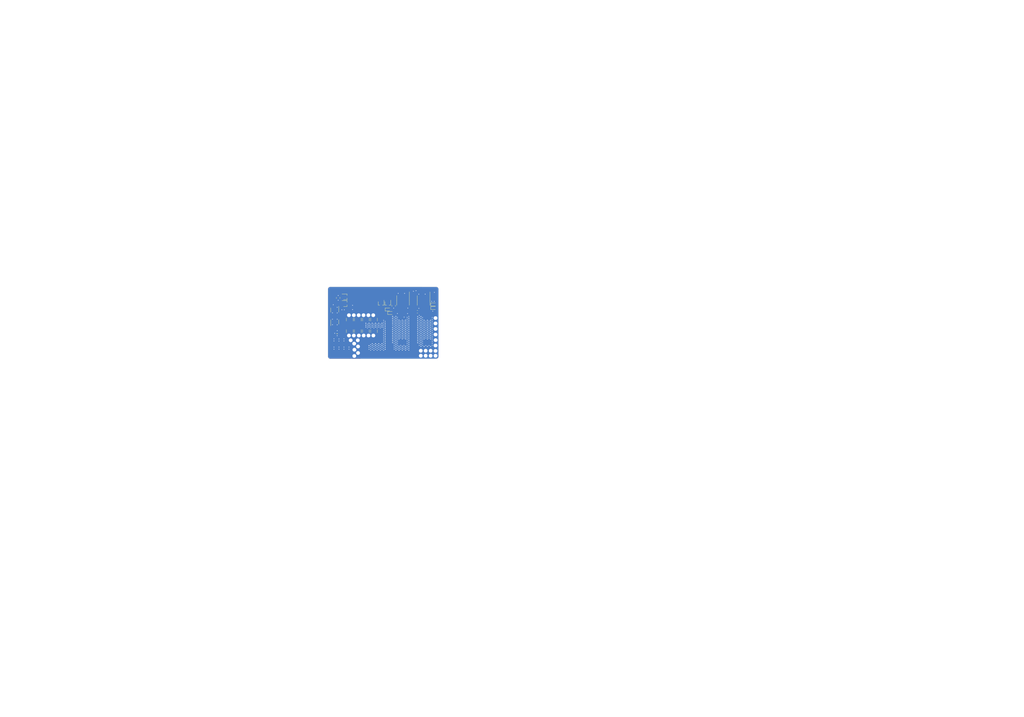
<source format=kicad_pcb>
(kicad_pcb (version 20171130) (host pcbnew "(5.1.6)-1")
  (layers (0 L1.Cu signal) (1 L2.Cu signal) (2 Empty jumper) (31 L3.Cu signal) (34 B.Paste user) (35 F.Paste user) (36 B.SilkS user) (37 F.SilkS user) (38 B.Mask user) (39 F.Mask user) (44 Edge.Cuts user))
  (net 0 "")
  (net 1 "Net-(J3-Pad1)")
  (net 2 "Net-(R1-Pad2)")
  (net 3 GNDPWR)
  (net 4 /+400V)
  (net 5 /VCCS)
  (net 6 GNDS)
  (net 7 "Net-(R2-Pad2)")
  (net 8 "Net-(R4-Pad2)")
  (net 9 "Net-(R5-Pad2)")
  (net 10 /VCCA)
  (net 11 GNDA)
  (net 12 "Net-(Q1-Pad4)")
  (net 13 "Net-(Q2-Pad4)")
  (net 14 "Net-(C11-Pad1)")
  (net 15 GND)
  (net 16 +3V3)
  (net 17 "Net-(C13-Pad1)")
  (net 18 "Net-(C17-Pad1)")
  (net 19 /PWMA_INT)
  (net 20 /PWMB_INT)
  (net 21 /PWMA)
  (net 22 /PWMB)
  (net 23 /TR-3)
  (net 24 /TR-4)
  (net 25 /TR-6)
  (net 26 /TR-5)
  (net 27 /TRB)
  (net 28 /TEMP)
  (net 29 /TRA)
  (net 30 /VEES)
  (net 31 /VEEA)
  (net 32 /PWMA_F)
  (net 33 /PWMB_F)
  (module Diode_SMD:D_SOD-523 (layer L1.Cu) (at 82.275 -41.05)
    (fp_text reference D6)
    (fp_text value 5.6V)
    (pad 2 smd rect (at 0.7 0 180) (size 0.6 0.7) (layers L1.Cu F.Paste F.Mask) (net 11 GNDA))
    (pad 1 smd rect (at -0.7 0 180) (size 0.6 0.7) (layers L1.Cu F.Paste F.Mask) (net 10 /VCCA))
  )
  (module Capacitor_SMD:C_0402_1005Metric (layer L1.Cu) (at 45.95 -40.32 180)
    (fp_text reference C11)
    (fp_text value 100nF)
    (pad 1 smd roundrect (at -0.485 0 180) (size 0.59 0.64) (layers L1.Cu F.Paste F.Mask) (net 14 "Net-(C11-Pad1)"))
    (pad 2 smd roundrect (at 0.485 0 180) (size 0.59 0.64) (layers L1.Cu F.Paste F.Mask) (net 29 /TRA))
  )
  (module bps-library:Transformer_BPS_WCT.00171 (layer L1.Cu) (at 54.275 -42.975)
    (fp_text reference T1)
    (fp_text value " ")
    (pad 5 smd rect (at -4.53 -2.6 90) (size 1 1.5) (layers L1.Cu F.Paste F.Mask) (net 26 /TR-5))
    (pad 6 smd rect (at -4.53 -0.88 90) (size 1 1.5) (layers L1.Cu F.Paste F.Mask) (net 25 /TR-6))
    (pad 2 smd rect (at -4.53 0.84 90) (size 1 1.5) (layers L1.Cu F.Paste F.Mask) (net 14 "Net-(C11-Pad1)"))
    (pad 1 smd rect (at -4.52 2.55 90) (size 1 1.5) (layers L1.Cu F.Paste F.Mask) (net 27 /TRB))
    (pad 3 smd rect (at 4.47 -0.88 270) (size 1 1.5) (layers L1.Cu F.Paste F.Mask) (net 23 /TR-3))
    (pad 4 smd rect (at 4.47 0.84 270) (size 1 1.5) (layers L1.Cu F.Paste F.Mask) (net 24 /TR-4))
  )
  (module bps-library:Transistor_GaN_GS66516B (layer L1.Cu) (at 76.5 -32.425001 90)
    (fp_text reference Q2)
    (fp_text value GS66516B-E01-MR)
    (pad 2 smd custom (at 0 1.85 90) (size 7.97 5.27) (layers L1.Cu F.Paste F.Mask) (net 3 GNDPWR) (options (clearance outline) (anchor rect)) (primitives (gr_poly (pts (xy -3.99 2.64) (xy 3.99 2.64) (xy 3.99 -0.36) (xy 5.5 -0.36) (xy 5.5 -2.64) (xy -5.5 -2.64) (xy -5.5 -0.36) (xy -3.99 -0.36)) (width 0.1))))
    (pad 3 smd rect (at 4.95 3.95 90) (size 1.1 1.1) (layers L1.Cu F.Paste F.Mask) (net 11 GNDA))
    (pad 4 smd rect (at 4.95 2.45 90) (size 1.1 1.1) (layers L1.Cu F.Paste F.Mask) (net 13 "Net-(Q2-Pad4)"))
    (pad 3 smd rect (at -4.95 3.95 90) (size 1.1 1.1) (layers L1.Cu F.Paste F.Mask) (net 11 GNDA))
    (pad 4 smd rect (at -4.95 2.45 90) (size 1.1 1.1) (layers L1.Cu F.Paste F.Mask) (net 13 "Net-(Q2-Pad4)"))
    (pad 1 smd rect (at 0 -3.95 90) (size 7.97 1.1) (layers L1.Cu F.Paste F.Mask) (net 1 "Net-(J3-Pad1)"))
  )
  (module bps-library:Transistor_GaN_GS66516B (layer L1.Cu) (at 66.47 -32.45 90)
    (fp_text reference Q1)
    (fp_text value GS66516B-E01-MR)
    (pad 2 smd custom (at 0 1.85 90) (size 7.97 5.27) (layers L1.Cu F.Paste F.Mask) (net 1 "Net-(J3-Pad1)") (options (clearance outline) (anchor rect)) (primitives (gr_poly (pts (xy -3.99 2.64) (xy 3.99 2.64) (xy 3.99 -0.36) (xy 5.5 -0.36) (xy 5.5 -2.64) (xy -5.5 -2.64) (xy -5.5 -0.36) (xy -3.99 -0.36)) (width 0.1))))
    (pad 3 smd rect (at 4.95 3.95 90) (size 1.1 1.1) (layers L1.Cu F.Paste F.Mask) (net 6 GNDS))
    (pad 4 smd rect (at 4.95 2.45 90) (size 1.1 1.1) (layers L1.Cu F.Paste F.Mask) (net 12 "Net-(Q1-Pad4)"))
    (pad 3 smd rect (at -4.95 3.95 90) (size 1.1 1.1) (layers L1.Cu F.Paste F.Mask) (net 6 GNDS))
    (pad 4 smd rect (at -4.95 2.45 90) (size 1.1 1.1) (layers L1.Cu F.Paste F.Mask) (net 12 "Net-(Q1-Pad4)"))
    (pad 1 smd rect (at 0 -3.95 90) (size 7.97 1.1) (layers L1.Cu F.Paste F.Mask) (net 4 /+400V))
  )
  (module bps-library:PinHeader_SMD_Horizontal_2.00mm_1x4_Modified (layer L1.Cu) (at 79.595 -24.875)
    (fp_text reference J4)
    (fp_text value PinHeader_SMD_1x4)
    (pad 4 smd rect (at 2.995 -0.065 90) (size 2 1.1) (layers L1.Cu F.Paste F.Mask) (net 3 GNDPWR))
    (pad 3 smd rect (at 0.995 -0.065 90) (size 2 1.1) (layers L1.Cu F.Paste F.Mask) (net 3 GNDPWR))
    (pad 2 smd rect (at -1.005 -0.065 90) (size 2 1.1) (layers L1.Cu F.Paste F.Mask) (net 3 GNDPWR))
    (pad 1 smd rect (at -3.005 -0.065 90) (size 2 1.1) (layers L1.Cu F.Paste F.Mask) (net 3 GNDPWR))
  )
  (module bps-library:PinHeader_SMD_Horizontal_2.00mm_1x4_Modified (layer L1.Cu) (at 69.5 -24.88)
    (fp_text reference J3)
    (fp_text value PinHeader_SMD_1x4)
    (pad 4 smd rect (at 2.995 -0.065 90) (size 2 1.1) (layers L1.Cu F.Paste F.Mask) (net 1 "Net-(J3-Pad1)"))
    (pad 3 smd rect (at 0.995 -0.065 90) (size 2 1.1) (layers L1.Cu F.Paste F.Mask) (net 1 "Net-(J3-Pad1)"))
    (pad 2 smd rect (at -1.005 -0.065 90) (size 2 1.1) (layers L1.Cu F.Paste F.Mask) (net 1 "Net-(J3-Pad1)"))
    (pad 1 smd rect (at -3.005 -0.065 90) (size 2 1.1) (layers L1.Cu F.Paste F.Mask) (net 1 "Net-(J3-Pad1)"))
  )
  (module bps-library:PinHeader_SMD_Horizontal_2.00mm_1x4_Modified (layer L1.Cu) (at 59.41 -24.88)
    (fp_text reference J2)
    (fp_text value PinHeader_SMD_1x4)
    (pad 4 smd rect (at 2.995 -0.065 90) (size 2 1.1) (layers L1.Cu F.Paste F.Mask) (net 4 /+400V))
    (pad 3 smd rect (at 0.995 -0.065 90) (size 2 1.1) (layers L1.Cu F.Paste F.Mask) (net 4 /+400V))
    (pad 2 smd rect (at -1.005 -0.065 90) (size 2 1.1) (layers L1.Cu F.Paste F.Mask) (net 4 /+400V))
    (pad 1 smd rect (at -3.005 -0.065 90) (size 2 1.1) (layers L1.Cu F.Paste F.Mask) (net 4 /+400V))
  )
  (module bps-library:PinHeader_SMD_Horizontal_2.00mm_2x6 (layer L1.Cu) (at 47.31 -24.96)
    (fp_text reference J1)
    (fp_text value PinHeader_SMD_2x6)
    (pad 3 smd rect (at -3.01 0.02 90) (size 2 1.1) (layers L1.Cu F.Paste F.Mask) (net 28 /TEMP))
    (pad 2 smd rect (at -5.01 -3.28 90) (size 2 1.1) (layers L1.Cu F.Paste F.Mask) (net 16 +3V3))
    (pad 1 smd rect (at -5.01 0.02 90) (size 2 1.1) (layers L1.Cu F.Paste F.Mask) (net 22 /PWMB))
    (pad 10 smd rect (at 2.99 -3.28 90) (size 2 1.1) (layers L1.Cu F.Paste F.Mask) (net 3 GNDPWR))
    (pad 11 smd rect (at 4.99 0.02 90) (size 2 1.1) (layers L1.Cu F.Paste F.Mask) (net 3 GNDPWR))
    (pad 12 smd rect (at 4.99 -3.28 90) (size 2 1.1) (layers L1.Cu F.Paste F.Mask) (net 3 GNDPWR))
    (pad 9 smd rect (at 2.99 0.02 90) (size 2 1.1) (layers L1.Cu F.Paste F.Mask) (net 3 GNDPWR))
    (pad 8 smd rect (at 0.99 -3.28 90) (size 2 1.1) (layers L1.Cu F.Paste F.Mask) (net 3 GNDPWR))
    (pad 7 smd rect (at 0.99 0.02 90) (size 2 1.1) (layers L1.Cu F.Paste F.Mask) (net 15 GND))
    (pad 6 smd rect (at -1.01 -3.28 90) (size 2 1.1) (layers L1.Cu F.Paste F.Mask) (net 29 /TRA))
    (pad 5 smd rect (at -1.01 0.02 90) (size 2 1.1) (layers L1.Cu F.Paste F.Mask) (net 27 /TRB))
    (pad 4 smd rect (at -3.01 -3.28 90) (size 2 1.1) (layers L1.Cu F.Paste F.Mask) (net 21 /PWMA))
  )
  (module Fiducial:Fiducial_0.5mm_Mask1mm (layer L1.Cu) (at 78.2 -44.4)
    (fp_text reference FID2)
    (fp_text value Fiducial)
    (pad "" smd circle (at 0 0) (size 0.5 0.5) (layers L1.Cu F.Mask) (clearance 0.25))
  )
  (module Fiducial:Fiducial_0.5mm_Mask1mm (layer L1.Cu) (at 41.3 -22.1)
    (fp_text reference FID1)
    (fp_text value Fiducial)
    (pad "" smd circle (at 0 0) (size 0.5 0.5) (layers L1.Cu F.Mask) (clearance 0.25))
  )
  (module Resistor_SMD:R_0402_1005Metric (layer L1.Cu) (at 42.125 -30.9 180)
    (fp_text reference R12)
    (fp_text value 4k7)
    (pad 1 smd roundrect (at -0.485 0 180) (size 0.59 0.64) (layers L1.Cu F.Paste F.Mask) (net 33 /PWMB_F))
    (pad 2 smd roundrect (at 0.485 0 180) (size 0.59 0.64) (layers L1.Cu F.Paste F.Mask) (net 15 GND))
  )
  (module Resistor_SMD:R_0402_1005Metric (layer L1.Cu) (at 42.125 -32.9 180)
    (fp_text reference R11)
    (fp_text value 4k7)
    (pad 1 smd roundrect (at -0.485 0 180) (size 0.59 0.64) (layers L1.Cu F.Paste F.Mask) (net 32 /PWMA_F))
    (pad 2 smd roundrect (at 0.485 0 180) (size 0.59 0.64) (layers L1.Cu F.Paste F.Mask) (net 15 GND))
  )
  (module Resistor_SMD:R_0402_1005Metric (layer L1.Cu) (at 79.85 -39.305 90)
    (fp_text reference R6)
    (fp_text value 4k7)
    (pad 1 smd roundrect (at -0.485 0 90) (size 0.59 0.64) (layers L1.Cu F.Paste F.Mask) (net 13 "Net-(Q2-Pad4)"))
    (pad 2 smd roundrect (at 0.485 0 90) (size 0.59 0.64) (layers L1.Cu F.Paste F.Mask) (net 11 GNDA))
  )
  (module Resistor_SMD:R_0402_1005Metric (layer L1.Cu) (at 68.75 -39.305 90)
    (fp_text reference R3)
    (fp_text value 4k7)
    (pad 1 smd roundrect (at -0.485 0 90) (size 0.59 0.64) (layers L1.Cu F.Paste F.Mask) (net 12 "Net-(Q1-Pad4)"))
    (pad 2 smd roundrect (at 0.485 0 90) (size 0.59 0.64) (layers L1.Cu F.Paste F.Mask) (net 6 GNDS))
  )
  (module Diode_SMD:D_SOD-523 (layer L1.Cu) (at 82.275 -42.5)
    (fp_text reference D8)
    (fp_text value 12V)
    (pad 2 smd rect (at 0.7 0 180) (size 0.6 0.7) (layers L1.Cu F.Paste F.Mask) (net 31 /VEEA))
    (pad 1 smd rect (at -0.7 0 180) (size 0.6 0.7) (layers L1.Cu F.Paste F.Mask) (net 10 /VCCA))
  )
  (module Diode_SMD:D_SOD-523 (layer L1.Cu) (at 63.95 -40.475)
    (fp_text reference D7)
    (fp_text value 12V)
    (pad 2 smd rect (at 0.7 0 180) (size 0.6 0.7) (layers L1.Cu F.Paste F.Mask) (net 30 /VEES))
    (pad 1 smd rect (at -0.7 0 180) (size 0.6 0.7) (layers L1.Cu F.Paste F.Mask) (net 5 /VCCS))
  )
  (module Capacitor_SMD:C_0402_1005Metric (layer L1.Cu) (at 81.9 -39.3 90)
    (fp_text reference C23)
    (fp_text value 1uF)
    (pad 1 smd roundrect (at -0.485 0 90) (size 0.59 0.64) (layers L1.Cu F.Paste F.Mask) (net 11 GNDA))
    (pad 2 smd roundrect (at 0.485 0 90) (size 0.59 0.64) (layers L1.Cu F.Paste F.Mask) (net 31 /VEEA))
  )
  (module Capacitor_SMD:C_0402_1005Metric (layer L1.Cu) (at 80.875 -39.3 270)
    (fp_text reference C21)
    (fp_text value 1uF)
    (pad 1 smd roundrect (at -0.485 0 270) (size 0.59 0.64) (layers L1.Cu F.Paste F.Mask) (net 10 /VCCA))
    (pad 2 smd roundrect (at 0.485 0 270) (size 0.59 0.64) (layers L1.Cu F.Paste F.Mask) (net 11 GNDA))
  )
  (module Capacitor_SMD:C_0402_1005Metric (layer L1.Cu) (at 71.775 -39.3 270)
    (fp_text reference C20)
    (fp_text value 1uF)
    (pad 1 smd roundrect (at -0.485 0 270) (size 0.59 0.64) (layers L1.Cu F.Paste F.Mask) (net 5 /VCCS))
    (pad 2 smd roundrect (at 0.485 0 270) (size 0.59 0.64) (layers L1.Cu F.Paste F.Mask) (net 6 GNDS))
  )
  (module Capacitor_SMD:C_0402_1005Metric (layer L1.Cu) (at 66.75 -39.3 90)
    (fp_text reference C15)
    (fp_text value 1uF)
    (pad 1 smd roundrect (at -0.485 0 90) (size 0.59 0.64) (layers L1.Cu F.Paste F.Mask) (net 6 GNDS))
    (pad 2 smd roundrect (at 0.485 0 90) (size 0.59 0.64) (layers L1.Cu F.Paste F.Mask) (net 30 /VEES))
  )
  (module Resistor_SMD:R_0402_1005Metric (layer L1.Cu) (at 82.9 -39.3 90)
    (fp_text reference R14)
    (fp_text value 1k)
    (pad 1 smd roundrect (at -0.485 0 90) (size 0.59 0.64) (layers L1.Cu F.Paste F.Mask) (net 11 GNDA))
    (pad 2 smd roundrect (at 0.485 0 90) (size 0.59 0.64) (layers L1.Cu F.Paste F.Mask) (net 31 /VEEA))
  )
  (module Resistor_SMD:R_0402_1005Metric (layer L1.Cu) (at 67.75 -39.3 90)
    (fp_text reference R13)
    (fp_text value 1k)
    (pad 1 smd roundrect (at -0.485 0 90) (size 0.59 0.64) (layers L1.Cu F.Paste F.Mask) (net 6 GNDS))
    (pad 2 smd roundrect (at 0.485 0 90) (size 0.59 0.64) (layers L1.Cu F.Paste F.Mask) (net 30 /VEES))
  )
  (module Diode_SMD:D_SOD-523 (layer L1.Cu) (at 64.95 -39.075)
    (fp_text reference D5)
    (fp_text value 5.6V)
    (pad 1 smd rect (at -0.7 0 180) (size 0.6 0.7) (layers L1.Cu F.Paste F.Mask) (net 5 /VCCS))
    (pad 2 smd rect (at 0.7 0 180) (size 0.6 0.7) (layers L1.Cu F.Paste F.Mask) (net 6 GNDS))
  )
  (module Resistor_SMD:R_0402_1005Metric (layer L1.Cu) (at 43.6 -30.4 270)
    (fp_text reference R10)
    (fp_text value 10R)
    (pad 1 smd roundrect (at -0.485 0 270) (size 0.59 0.64) (layers L1.Cu F.Paste F.Mask) (net 33 /PWMB_F))
    (pad 2 smd roundrect (at 0.485 0 270) (size 0.59 0.64) (layers L1.Cu F.Paste F.Mask) (net 22 /PWMB))
  )
  (module Resistor_SMD:R_0402_1005Metric (layer L1.Cu) (at 43.6 -32.425 270)
    (fp_text reference R9)
    (fp_text value 10R)
    (pad 1 smd roundrect (at -0.485 0 270) (size 0.59 0.64) (layers L1.Cu F.Paste F.Mask) (net 32 /PWMA_F))
    (pad 2 smd roundrect (at 0.485 0 270) (size 0.59 0.64) (layers L1.Cu F.Paste F.Mask) (net 21 /PWMA))
  )
  (module Capacitor_SMD:C_0402_1005Metric (layer L1.Cu) (at 42.125 -29.9 180)
    (fp_text reference C10)
    (fp_text value N/A)
    (pad 1 smd roundrect (at -0.485 0 180) (size 0.59 0.64) (layers L1.Cu F.Paste F.Mask) (net 33 /PWMB_F))
    (pad 2 smd roundrect (at 0.485 0 180) (size 0.59 0.64) (layers L1.Cu F.Paste F.Mask) (net 15 GND))
  )
  (module Capacitor_SMD:C_0402_1005Metric (layer L1.Cu) (at 42.125 -31.9 180)
    (fp_text reference C9)
    (fp_text value N/A)
    (pad 1 smd roundrect (at -0.485 0 180) (size 0.59 0.64) (layers L1.Cu F.Paste F.Mask) (net 32 /PWMA_F))
    (pad 2 smd roundrect (at 0.485 0 180) (size 0.59 0.64) (layers L1.Cu F.Paste F.Mask) (net 15 GND))
  )
  (module Capacitor_SMD:C_1210_3225Metric (layer L1.Cu) (at 58.35 -36.42 270)
    (fp_text reference C8)
    (fp_text value 150nF)
    (pad 1 smd roundrect (at -1.4 0 270) (size 1.25 2.65) (layers L1.Cu F.Paste F.Mask) (roundrect_rratio 0.2) (net 3 GNDPWR))
    (pad 2 smd roundrect (at 1.4 0 270) (size 1.25 2.65) (layers L1.Cu F.Paste F.Mask) (roundrect_rratio 0.2) (net 4 /+400V))
  )
  (module Capacitor_SMD:C_1210_3225Metric (layer L1.Cu) (at 55.12 -36.42 90)
    (fp_text reference C7)
    (fp_text value 150nF)
    (pad 1 smd roundrect (at -1.4 0 90) (size 1.25 2.65) (layers L1.Cu F.Paste F.Mask) (roundrect_rratio 0.2) (net 4 /+400V))
    (pad 2 smd roundrect (at 1.4 0 90) (size 1.25 2.65) (layers L1.Cu F.Paste F.Mask) (roundrect_rratio 0.2) (net 3 GNDPWR))
  )
  (module Capacitor_SMD:C_1210_3225Metric (layer L1.Cu) (at 58.35 -31.76 270)
    (fp_text reference C6)
    (fp_text value 150nF)
    (pad 1 smd roundrect (at -1.4 0 270) (size 1.25 2.65) (layers L1.Cu F.Paste F.Mask) (roundrect_rratio 0.2) (net 4 /+400V))
    (pad 2 smd roundrect (at 1.4 0 270) (size 1.25 2.65) (layers L1.Cu F.Paste F.Mask) (roundrect_rratio 0.2) (net 3 GNDPWR))
  )
  (module Capacitor_SMD:C_1210_3225Metric (layer L1.Cu) (at 55.11 -31.76 270)
    (fp_text reference C5)
    (fp_text value 150nF)
    (pad 1 smd roundrect (at -1.4 0 270) (size 1.25 2.65) (layers L1.Cu F.Paste F.Mask) (roundrect_rratio 0.2) (net 4 /+400V))
    (pad 2 smd roundrect (at 1.4 0 270) (size 1.25 2.65) (layers L1.Cu F.Paste F.Mask) (roundrect_rratio 0.2) (net 3 GNDPWR))
  )
  (module Capacitor_SMD:C_1210_3225Metric (layer L1.Cu) (at 48.65 -36.41 90)
    (fp_text reference C4)
    (fp_text value 150nF)
    (pad 1 smd roundrect (at -1.4 0 90) (size 1.25 2.65) (layers L1.Cu F.Paste F.Mask) (roundrect_rratio 0.2) (net 4 /+400V))
    (pad 2 smd roundrect (at 1.4 0 90) (size 1.25 2.65) (layers L1.Cu F.Paste F.Mask) (roundrect_rratio 0.2) (net 3 GNDPWR))
  )
  (module Capacitor_SMD:C_1210_3225Metric (layer L1.Cu) (at 51.88 -31.77 270)
    (fp_text reference C3)
    (fp_text value 150nF)
    (pad 1 smd roundrect (at -1.4 0 270) (size 1.25 2.65) (layers L1.Cu F.Paste F.Mask) (roundrect_rratio 0.2) (net 4 /+400V))
    (pad 2 smd roundrect (at 1.4 0 270) (size 1.25 2.65) (layers L1.Cu F.Paste F.Mask) (roundrect_rratio 0.2) (net 3 GNDPWR))
  )
  (module Capacitor_SMD:C_1210_3225Metric (layer L1.Cu) (at 48.65 -31.77 270)
    (fp_text reference C2)
    (fp_text value 150nF)
    (pad 1 smd roundrect (at -1.4 0 270) (size 1.25 2.65) (layers L1.Cu F.Paste F.Mask) (roundrect_rratio 0.2) (net 4 /+400V))
    (pad 2 smd roundrect (at 1.4 0 270) (size 1.25 2.65) (layers L1.Cu F.Paste F.Mask) (roundrect_rratio 0.2) (net 3 GNDPWR))
  )
  (module Capacitor_SMD:C_0402_1005Metric (layer L1.Cu) (at 42.2 -37.85 180)
    (fp_text reference C16)
    (fp_text value 100nF)
    (pad 1 smd roundrect (at -0.485 0 180) (size 0.59 0.64) (layers L1.Cu F.Paste F.Mask) (net 16 +3V3))
    (pad 2 smd roundrect (at 0.485 0 180) (size 0.59 0.64) (layers L1.Cu F.Paste F.Mask) (net 15 GND))
  )
  (module Package_TO_SOT_SMD:SOT-323_SC-70 (layer L1.Cu) (at 46.8 -45.52)
    (fp_text reference D4)
    (fp_text value BAV99W)
    (pad 1 smd rect (at -1 -0.65 270) (size 0.45 0.7) (layers L1.Cu F.Paste F.Mask) (net 31 /VEEA))
    (pad 2 smd rect (at -1 0.65 270) (size 0.45 0.7) (layers L1.Cu F.Paste F.Mask) (net 10 /VCCA))
    (pad 3 smd rect (at 1 0 270) (size 0.45 0.7) (layers L1.Cu F.Paste F.Mask) (net 26 /TR-5))
  )
  (module Package_TO_SOT_SMD:SOT-323_SC-70 (layer L1.Cu) (at 46.8 -42.82)
    (fp_text reference D3)
    (fp_text value BAV99W)
    (pad 1 smd rect (at -1 -0.65 270) (size 0.45 0.7) (layers L1.Cu F.Paste F.Mask) (net 31 /VEEA))
    (pad 2 smd rect (at -1 0.65 270) (size 0.45 0.7) (layers L1.Cu F.Paste F.Mask) (net 10 /VCCA))
    (pad 3 smd rect (at 1 0 270) (size 0.45 0.7) (layers L1.Cu F.Paste F.Mask) (net 25 /TR-6))
  )
  (module Package_TO_SOT_SMD:SOT-323_SC-70 (layer L1.Cu) (at 63.9 -42.895 270)
    (fp_text reference D2)
    (fp_text value BAV99W)
    (pad 1 smd rect (at -1 -0.65 180) (size 0.45 0.7) (layers L1.Cu F.Paste F.Mask) (net 30 /VEES))
    (pad 2 smd rect (at -1 0.65 180) (size 0.45 0.7) (layers L1.Cu F.Paste F.Mask) (net 5 /VCCS))
    (pad 3 smd rect (at 1 0 180) (size 0.45 0.7) (layers L1.Cu F.Paste F.Mask) (net 23 /TR-3))
  )
  (module Package_TO_SOT_SMD:SOT-323_SC-70 (layer L1.Cu) (at 61.2 -42.895 270)
    (fp_text reference D1)
    (fp_text value BAV99W)
    (pad 1 smd rect (at -1 -0.65 180) (size 0.45 0.7) (layers L1.Cu F.Paste F.Mask) (net 30 /VEES))
    (pad 2 smd rect (at -1 0.65 180) (size 0.45 0.7) (layers L1.Cu F.Paste F.Mask) (net 5 /VCCS))
    (pad 3 smd rect (at 1 0 180) (size 0.45 0.7) (layers L1.Cu F.Paste F.Mask) (net 24 /TR-4))
  )
  (module Capacitor_SMD:C_0402_1005Metric (layer L1.Cu) (at 81.95 -43.725)
    (fp_text reference C22)
    (fp_text value 100nF)
    (pad 1 smd roundrect (at -0.485 0) (size 0.59 0.64) (layers L1.Cu F.Paste F.Mask) (net 10 /VCCA))
    (pad 2 smd roundrect (at 0.485 0) (size 0.59 0.64) (layers L1.Cu F.Paste F.Mask) (net 31 /VEEA))
  )
  (module Resistor_SMD:R_0603_1608Metric (layer L1.Cu) (at 75.75 -39.52)
    (fp_text reference TH1)
    (fp_text value Thermistor_NTC)
    (pad 1 smd roundrect (at -0.7875 0) (size 0.875 0.95) (layers L1.Cu F.Paste F.Mask) (net 28 /TEMP))
    (pad 2 smd roundrect (at 0.7875 0) (size 0.875 0.95) (layers L1.Cu F.Paste F.Mask) (net 15 GND))
  )
  (module Capacitor_SMD:C_0805_2012Metric (layer L1.Cu) (at 44 -45.1 90)
    (fp_text reference C19)
    (fp_text value 4.7uF)
    (pad 1 smd roundrect (at -0.9375 0 90) (size 0.975 1.4) (layers L1.Cu F.Paste F.Mask) (net 10 /VCCA))
    (pad 2 smd roundrect (at 0.9375 0 90) (size 0.975 1.4) (layers L1.Cu F.Paste F.Mask) (net 31 /VEEA))
  )
  (module Capacitor_SMD:C_0805_2012Metric (layer L1.Cu) (at 66.25 -41.925 90)
    (fp_text reference C18)
    (fp_text value 4.7uF)
    (pad 2 smd roundrect (at 0.9375 0 90) (size 0.975 1.4) (layers L1.Cu F.Paste F.Mask) (net 30 /VEES))
    (pad 1 smd roundrect (at -0.9375 0 90) (size 0.975 1.4) (layers L1.Cu F.Paste F.Mask) (net 5 /VCCS))
  )
  (module Resistor_SMD:R_0402_1005Metric (layer L1.Cu) (at 82.55 -46.835 90)
    (fp_text reference R8)
    (fp_text value 10R)
    (pad 1 smd roundrect (at -0.485 0 90) (size 0.59 0.64) (layers L1.Cu F.Paste F.Mask) (net 18 "Net-(C17-Pad1)"))
    (pad 2 smd roundrect (at 0.485 0 90) (size 0.59 0.64) (layers L1.Cu F.Paste F.Mask) (net 20 /PWMB_INT))
  )
  (module Resistor_SMD:R_0402_1005Metric (layer L1.Cu) (at 74.3 -46.855 90)
    (fp_text reference R7)
    (fp_text value 10R)
    (pad 1 smd roundrect (at -0.485 0 90) (size 0.59 0.64) (layers L1.Cu F.Paste F.Mask) (net 17 "Net-(C13-Pad1)"))
    (pad 2 smd roundrect (at 0.485 0 90) (size 0.59 0.64) (layers L1.Cu F.Paste F.Mask) (net 19 /PWMA_INT))
  )
  (module Capacitor_SMD:C_0402_1005Metric (layer L1.Cu) (at 81.5 -46.835 90)
    (fp_text reference C17)
    (fp_text value N/A)
    (pad 1 smd roundrect (at -0.485 0 90) (size 0.59 0.64) (layers L1.Cu F.Paste F.Mask) (net 18 "Net-(C17-Pad1)"))
    (pad 2 smd roundrect (at 0.485 0 90) (size 0.59 0.64) (layers L1.Cu F.Paste F.Mask) (net 15 GND))
  )
  (module Capacitor_SMD:C_0402_1005Metric (layer L1.Cu) (at 70.1 -48.27 180)
    (fp_text reference C14)
    (fp_text value 100nF)
    (pad 1 smd roundrect (at -0.485 0 180) (size 0.59 0.64) (layers L1.Cu F.Paste F.Mask) (net 16 +3V3))
    (pad 2 smd roundrect (at 0.485 0 180) (size 0.59 0.64) (layers L1.Cu F.Paste F.Mask) (net 15 GND))
  )
  (module Capacitor_SMD:C_0402_1005Metric (layer L1.Cu) (at 73.25 -46.855 90)
    (fp_text reference C13)
    (fp_text value N/A)
    (pad 1 smd roundrect (at -0.485 0 90) (size 0.59 0.64) (layers L1.Cu F.Paste F.Mask) (net 17 "Net-(C13-Pad1)"))
    (pad 2 smd roundrect (at 0.485 0 90) (size 0.59 0.64) (layers L1.Cu F.Paste F.Mask) (net 15 GND))
  )
  (module Capacitor_SMD:C_0402_1005Metric (layer L1.Cu) (at 78.4 -48.245 180)
    (fp_text reference C12)
    (fp_text value 100nF)
    (pad 1 smd roundrect (at -0.485 0 180) (size 0.59 0.64) (layers L1.Cu F.Paste F.Mask) (net 16 +3V3))
    (pad 2 smd roundrect (at 0.485 0 180) (size 0.59 0.64) (layers L1.Cu F.Paste F.Mask) (net 15 GND))
  )
  (module Package_SO:SOIC-8_3.9x4.9mm_P1.27mm (layer L1.Cu) (at 78.235 -44.055 270)
    (fp_text reference U4)
    (fp_text value Si8271AB-IS)
    (pad 1 smd roundrect (at -2.475 -1.905 270) (size 1.95 0.6) (layers L1.Cu F.Paste F.Mask) (net 18 "Net-(C17-Pad1)"))
    (pad 2 smd roundrect (at -2.475 -0.635 270) (size 1.95 0.6) (layers L1.Cu F.Paste F.Mask) (net 16 +3V3))
    (pad 3 smd roundrect (at -2.475 0.635 270) (size 1.95 0.6) (layers L1.Cu F.Paste F.Mask) (net 15 GND))
    (pad 4 smd roundrect (at -2.475 1.905 270) (size 1.95 0.6) (layers L1.Cu F.Paste F.Mask) (net 16 +3V3))
    (pad 5 smd roundrect (at 2.475 1.905 270) (size 1.95 0.6) (layers L1.Cu F.Paste F.Mask) (net 31 /VEEA))
    (pad 6 smd roundrect (at 2.475 0.635 270) (size 1.95 0.6) (layers L1.Cu F.Paste F.Mask) (net 9 "Net-(R5-Pad2)"))
    (pad 7 smd roundrect (at 2.475 -0.635 270) (size 1.95 0.6) (layers L1.Cu F.Paste F.Mask) (net 8 "Net-(R4-Pad2)"))
    (pad 8 smd roundrect (at 2.475 -1.905 270) (size 1.95 0.6) (layers L1.Cu F.Paste F.Mask) (net 10 /VCCA))
  )
  (module Resistor_SMD:R_0402_1005Metric (layer L1.Cu) (at 77.85 -39.32 90)
    (fp_text reference R5)
    (fp_text value 0R)
    (pad 1 smd roundrect (at -0.485 0 90) (size 0.59 0.64) (layers L1.Cu F.Paste F.Mask) (net 13 "Net-(Q2-Pad4)"))
    (pad 2 smd roundrect (at 0.485 0 90) (size 0.59 0.64) (layers L1.Cu F.Paste F.Mask) (net 9 "Net-(R5-Pad2)"))
  )
  (module Resistor_SMD:R_0402_1005Metric (layer L1.Cu) (at 78.85 -39.305 90)
    (fp_text reference R4)
    (fp_text value 3R3)
    (pad 1 smd roundrect (at -0.485 0 90) (size 0.59 0.64) (layers L1.Cu F.Paste F.Mask) (net 13 "Net-(Q2-Pad4)"))
    (pad 2 smd roundrect (at 0.485 0 90) (size 0.59 0.64) (layers L1.Cu F.Paste F.Mask) (net 8 "Net-(R4-Pad2)"))
  )
  (module Resistor_SMD:R_0402_1005Metric (layer L1.Cu) (at 69.75 -39.305 90)
    (fp_text reference R2)
    (fp_text value 0R)
    (pad 1 smd roundrect (at -0.485 0 90) (size 0.59 0.64) (layers L1.Cu F.Paste F.Mask) (net 12 "Net-(Q1-Pad4)"))
    (pad 2 smd roundrect (at 0.485 0 90) (size 0.59 0.64) (layers L1.Cu F.Paste F.Mask) (net 7 "Net-(R2-Pad2)"))
  )
  (module Resistor_SMD:R_0402_1005Metric (layer L1.Cu) (at 70.75 -39.305 90)
    (fp_text reference R1)
    (fp_text value 3R3)
    (pad 1 smd roundrect (at -0.485 0 90) (size 0.59 0.64) (layers L1.Cu F.Paste F.Mask) (net 12 "Net-(Q1-Pad4)"))
    (pad 2 smd roundrect (at 0.485 0 90) (size 0.59 0.64) (layers L1.Cu F.Paste F.Mask) (net 2 "Net-(R1-Pad2)"))
  )
  (module Capacitor_SMD:C_1210_3225Metric (layer L1.Cu) (at 51.88 -36.41 90)
    (fp_text reference C1)
    (fp_text value 150nF)
    (pad 1 smd roundrect (at -1.4 0 90) (size 1.25 2.65) (layers L1.Cu F.Paste F.Mask) (roundrect_rratio 0.2) (net 4 /+400V))
    (pad 2 smd roundrect (at 1.4 0 90) (size 1.25 2.65) (layers L1.Cu F.Paste F.Mask) (roundrect_rratio 0.2) (net 3 GNDPWR))
  )
  (module Package_SO:SOIC-8_3.9x4.9mm_P1.27mm (layer L1.Cu) (at 69.985 -44.095 270)
    (fp_text reference U3)
    (fp_text value Si8271AB-IS)
    (pad 1 smd roundrect (at -2.475 -1.905 270) (size 1.95 0.6) (layers L1.Cu F.Paste F.Mask) (net 17 "Net-(C13-Pad1)"))
    (pad 2 smd roundrect (at -2.475 -0.635 270) (size 1.95 0.6) (layers L1.Cu F.Paste F.Mask) (net 16 +3V3))
    (pad 3 smd roundrect (at -2.475 0.635 270) (size 1.95 0.6) (layers L1.Cu F.Paste F.Mask) (net 15 GND))
    (pad 4 smd roundrect (at -2.475 1.905 270) (size 1.95 0.6) (layers L1.Cu F.Paste F.Mask) (net 16 +3V3))
    (pad 5 smd roundrect (at 2.475 1.905 270) (size 1.95 0.6) (layers L1.Cu F.Paste F.Mask) (net 30 /VEES))
    (pad 6 smd roundrect (at 2.475 0.635 270) (size 1.95 0.6) (layers L1.Cu F.Paste F.Mask) (net 7 "Net-(R2-Pad2)"))
    (pad 7 smd roundrect (at 2.475 -0.635 270) (size 1.95 0.6) (layers L1.Cu F.Paste F.Mask) (net 2 "Net-(R1-Pad2)"))
    (pad 8 smd roundrect (at 2.475 -1.905 270) (size 1.95 0.6) (layers L1.Cu F.Paste F.Mask) (net 5 /VCCS))
  )
  (module Package_TO_SOT_SMD:SOT-23-6 (layer L1.Cu) (at 42.65 -35.45 90)
    (fp_text reference U2)
    (fp_text value SN74LVC1G98DBVR)
    (pad 1 smd rect (at -1.1 -0.95 90) (size 1.06 0.65) (layers L1.Cu F.Paste F.Mask) (net 16 +3V3))
    (pad 2 smd rect (at -1.1 0 90) (size 1.06 0.65) (layers L1.Cu F.Paste F.Mask) (net 15 GND))
    (pad 3 smd rect (at -1.1 0.95 90) (size 1.06 0.65) (layers L1.Cu F.Paste F.Mask) (net 32 /PWMA_F))
    (pad 4 smd rect (at 1.1 0.95 90) (size 1.06 0.65) (layers L1.Cu F.Paste F.Mask) (net 20 /PWMB_INT))
    (pad 6 smd rect (at 1.1 -0.95 90) (size 1.06 0.65) (layers L1.Cu F.Paste F.Mask) (net 33 /PWMB_F))
    (pad 5 smd rect (at 1.1 0 90) (size 1.06 0.65) (layers L1.Cu F.Paste F.Mask) (net 16 +3V3))
  )
  (module Package_TO_SOT_SMD:SOT-23-6 (layer L1.Cu) (at 42.65 -40.22 270)
    (fp_text reference U1)
    (fp_text value SN74LVC1G98DBVR)
    (pad 1 smd rect (at -1.1 -0.95 270) (size 1.06 0.65) (layers L1.Cu F.Paste F.Mask) (net 16 +3V3))
    (pad 2 smd rect (at -1.1 0 270) (size 1.06 0.65) (layers L1.Cu F.Paste F.Mask) (net 15 GND))
    (pad 3 smd rect (at -1.1 0.95 270) (size 1.06 0.65) (layers L1.Cu F.Paste F.Mask) (net 33 /PWMB_F))
    (pad 4 smd rect (at 1.1 0.95 270) (size 1.06 0.65) (layers L1.Cu F.Paste F.Mask) (net 19 /PWMA_INT))
    (pad 6 smd rect (at 1.1 -0.95 270) (size 1.06 0.65) (layers L1.Cu F.Paste F.Mask) (net 32 /PWMA_F))
    (pad 5 smd rect (at 1.1 0 270) (size 1.06 0.65) (layers L1.Cu F.Paste F.Mask) (net 16 +3V3))
  )
  (gr_line (start 40.799599 -49.600499) (end 83.300799 -49.599599) (layer Edge.Cuts) (width 0.05))
  (gr_line (start 84.3 -48.6) (end 84.3 -21.6002) (layer Edge.Cuts) (width 0.05))
  (gr_arc (start 83.3006 -48.6002) (end 84.299999 -48.600001) (angle -90) (layer Edge.Cuts) (width 0.05))
  (gr_arc (start 40.7994 -48.6011) (end 40.799599 -49.600499) (angle -90) (layer Edge.Cuts) (width 0.05))
  (gr_line (start 39.8 -48.6) (end 39.800601 -21.600199) (layer Edge.Cuts) (width 0.05))
  (gr_line (start 43.35 -30.72) (end 43.75 -30.72) (layer F.SilkS) (width 0.12))
  (gr_line (start 43.85 -30.72) (end 43.35 -30.72) (layer F.SilkS) (width 0.12))
  (gr_line (start 83.2995 -20.5997) (end 40.7996 -20.5997) (layer Edge.Cuts) (width 0.05))
  (gr_arc (start 83.2997 -21.5991) (end 83.299501 -20.599701) (angle -90) (layer Edge.Cuts) (width 0.05))
  (gr_arc (start 40.8 -21.6) (end 39.800601 -21.600199) (angle -90) (layer Edge.Cuts) (width 0.05))
  (via blind (at 65.8 -36.17) (size 0.8) (drill 0.3) (layers L1.Cu L2.Cu) (net 1))
  (via blind (at 65.8 -37.67) (size 0.8) (drill 0.3) (layers L1.Cu L2.Cu) (net 1))
  (via blind (at 65.8 -36.92) (size 0.8) (drill 0.3) (layers L1.Cu L2.Cu) (net 1))
  (via blind (at 65.8 -36.17) (size 0.8) (drill 0.3) (layers L1.Cu L2.Cu) (net 1))
  (via blind (at 65.8 -37.67) (size 0.8) (drill 0.3) (layers L1.Cu L2.Cu) (net 1))
  (via blind (at 65.8 -36.92) (size 0.8) (drill 0.3) (layers L1.Cu L2.Cu) (net 1))
  (via blind (at 66.45 -36.545) (size 0.8) (drill 0.3) (layers L1.Cu L2.Cu) (net 1))
  (via blind (at 66.45 -37.295) (size 0.8) (drill 0.3) (layers L1.Cu L2.Cu) (net 1))
  (via blind (at 66.45 -26.795) (size 0.8) (drill 0.3) (layers L1.Cu L2.Cu) (net 1))
  (via blind (at 66.45 -26.045) (size 0.8) (drill 0.3) (layers L1.Cu L2.Cu) (net 1))
  (via blind (at 66.45 -25.295) (size 0.8) (drill 0.3) (layers L1.Cu L2.Cu) (net 1))
  (via blind (at 66.45 -24.545) (size 0.8) (drill 0.3) (layers L1.Cu L2.Cu) (net 1))
  (via blind (at 67.1 -26.42) (size 0.8) (drill 0.3) (layers L1.Cu L2.Cu) (net 1))
  (via blind (at 67.1 -25.67) (size 0.8) (drill 0.3) (layers L1.Cu L2.Cu) (net 1))
  (via blind (at 67.1 -24.92) (size 0.8) (drill 0.3) (layers L1.Cu L2.Cu) (net 1))
  (via blind (at 67.1 -24.17) (size 0.8) (drill 0.3) (layers L1.Cu L2.Cu) (net 1))
  (via blind (at 67.1 -25.67) (size 0.8) (drill 0.3) (layers L1.Cu L2.Cu) (net 1))
  (via blind (at 67.1 -24.92) (size 0.8) (drill 0.3) (layers L1.Cu L2.Cu) (net 1))
  (via blind (at 67.1 -24.17) (size 0.8) (drill 0.3) (layers L1.Cu L2.Cu) (net 1))
  (via blind (at 67.75 -26.795) (size 0.8) (drill 0.3) (layers L1.Cu L2.Cu) (net 1))
  (via blind (at 67.75 -26.045) (size 0.8) (drill 0.3) (layers L1.Cu L2.Cu) (net 1))
  (via blind (at 67.1 -26.42) (size 0.8) (drill 0.3) (layers L1.Cu L2.Cu) (net 1))
  (via blind (at 67.1 -30.92) (size 0.8) (drill 0.3) (layers L1.Cu L2.Cu) (net 1))
  (via blind (at 67.1 -30.17) (size 0.8) (drill 0.3) (layers L1.Cu L2.Cu) (net 1))
  (via blind (at 67.1 -29.42) (size 0.8) (drill 0.3) (layers L1.Cu L2.Cu) (net 1))
  (via blind (at 67.1 -27.17) (size 0.8) (drill 0.3) (layers L1.Cu L2.Cu) (net 1))
  (via blind (at 67.1 -28.67) (size 0.8) (drill 0.3) (layers L1.Cu L2.Cu) (net 1))
  (via blind (at 67.1 -27.92) (size 0.8) (drill 0.3) (layers L1.Cu L2.Cu) (net 1))
  (via blind (at 67.1 -30.17) (size 0.8) (drill 0.3) (layers L1.Cu L2.Cu) (net 1))
  (via blind (at 67.1 -29.42) (size 0.8) (drill 0.3) (layers L1.Cu L2.Cu) (net 1))
  (via blind (at 67.1 -27.17) (size 0.8) (drill 0.3) (layers L1.Cu L2.Cu) (net 1))
  (via blind (at 67.1 -28.67) (size 0.8) (drill 0.3) (layers L1.Cu L2.Cu) (net 1))
  (via blind (at 67.1 -27.92) (size 0.8) (drill 0.3) (layers L1.Cu L2.Cu) (net 1))
  (via blind (at 67.75 -31.295) (size 0.8) (drill 0.3) (layers L1.Cu L2.Cu) (net 1))
  (via blind (at 67.75 -30.545) (size 0.8) (drill 0.3) (layers L1.Cu L2.Cu) (net 1))
  (via blind (at 67.75 -29.795) (size 0.8) (drill 0.3) (layers L1.Cu L2.Cu) (net 1))
  (via blind (at 67.75 -27.545) (size 0.8) (drill 0.3) (layers L1.Cu L2.Cu) (net 1))
  (via blind (at 67.75 -29.045) (size 0.8) (drill 0.3) (layers L1.Cu L2.Cu) (net 1))
  (via blind (at 67.75 -28.295) (size 0.8) (drill 0.3) (layers L1.Cu L2.Cu) (net 1))
  (via blind (at 67.1 -35.42) (size 0.8) (drill 0.3) (layers L1.Cu L2.Cu) (net 1))
  (via blind (at 67.1 -34.67) (size 0.8) (drill 0.3) (layers L1.Cu L2.Cu) (net 1))
  (via blind (at 67.1 -33.92) (size 0.8) (drill 0.3) (layers L1.Cu L2.Cu) (net 1))
  (via blind (at 67.1 -31.67) (size 0.8) (drill 0.3) (layers L1.Cu L2.Cu) (net 1))
  (via blind (at 67.1 -33.17) (size 0.8) (drill 0.3) (layers L1.Cu L2.Cu) (net 1))
  (via blind (at 67.1 -32.42) (size 0.8) (drill 0.3) (layers L1.Cu L2.Cu) (net 1))
  (via blind (at 67.1 -34.67) (size 0.8) (drill 0.3) (layers L1.Cu L2.Cu) (net 1))
  (via blind (at 67.1 -33.92) (size 0.8) (drill 0.3) (layers L1.Cu L2.Cu) (net 1))
  (via blind (at 67.1 -31.67) (size 0.8) (drill 0.3) (layers L1.Cu L2.Cu) (net 1))
  (via blind (at 67.1 -33.17) (size 0.8) (drill 0.3) (layers L1.Cu L2.Cu) (net 1))
  (via blind (at 67.1 -32.42) (size 0.8) (drill 0.3) (layers L1.Cu L2.Cu) (net 1))
  (via blind (at 67.75 -35.795) (size 0.8) (drill 0.3) (layers L1.Cu L2.Cu) (net 1))
  (via blind (at 67.75 -35.045) (size 0.8) (drill 0.3) (layers L1.Cu L2.Cu) (net 1))
  (via blind (at 67.75 -34.295) (size 0.8) (drill 0.3) (layers L1.Cu L2.Cu) (net 1))
  (via blind (at 67.75 -32.045) (size 0.8) (drill 0.3) (layers L1.Cu L2.Cu) (net 1))
  (via blind (at 67.75 -33.545) (size 0.8) (drill 0.3) (layers L1.Cu L2.Cu) (net 1))
  (via blind (at 67.75 -32.795) (size 0.8) (drill 0.3) (layers L1.Cu L2.Cu) (net 1))
  (via blind (at 67.1 -35.42) (size 0.8) (drill 0.3) (layers L1.Cu L2.Cu) (net 1))
  (via blind (at 67.1 -36.17) (size 0.8) (drill 0.3) (layers L1.Cu L2.Cu) (net 1))
  (via blind (at 67.1 -37.67) (size 0.8) (drill 0.3) (layers L1.Cu L2.Cu) (net 1))
  (via blind (at 67.1 -36.92) (size 0.8) (drill 0.3) (layers L1.Cu L2.Cu) (net 1))
  (via blind (at 67.1 -36.17) (size 0.8) (drill 0.3) (layers L1.Cu L2.Cu) (net 1))
  (via blind (at 67.1 -37.67) (size 0.8) (drill 0.3) (layers L1.Cu L2.Cu) (net 1))
  (via blind (at 67.1 -36.92) (size 0.8) (drill 0.3) (layers L1.Cu L2.Cu) (net 1))
  (via blind (at 67.75 -36.545) (size 0.8) (drill 0.3) (layers L1.Cu L2.Cu) (net 1))
  (via blind (at 67.75 -37.295) (size 0.8) (drill 0.3) (layers L1.Cu L2.Cu) (net 1))
  (via blind (at 67.75 -25.295) (size 0.8) (drill 0.3) (layers L1.Cu L2.Cu) (net 1))
  (via blind (at 67.75 -24.545) (size 0.8) (drill 0.3) (layers L1.Cu L2.Cu) (net 1))
  (via blind (at 68.4 -25.67) (size 0.8) (drill 0.3) (layers L1.Cu L2.Cu) (net 1))
  (via blind (at 68.4 -24.92) (size 0.8) (drill 0.3) (layers L1.Cu L2.Cu) (net 1))
  (via blind (at 68.4 -24.17) (size 0.8) (drill 0.3) (layers L1.Cu L2.Cu) (net 1))
  (via blind (at 68.4 -25.67) (size 0.8) (drill 0.3) (layers L1.Cu L2.Cu) (net 1))
  (via blind (at 68.4 -24.92) (size 0.8) (drill 0.3) (layers L1.Cu L2.Cu) (net 1))
  (via blind (at 68.4 -24.17) (size 0.8) (drill 0.3) (layers L1.Cu L2.Cu) (net 1))
  (via blind (at 69.05 -26.045) (size 0.8) (drill 0.3) (layers L1.Cu L2.Cu) (net 1))
  (via blind (at 68.4 -30.92) (size 0.8) (drill 0.3) (layers L1.Cu L2.Cu) (net 1))
  (via blind (at 68.4 -30.17) (size 0.8) (drill 0.3) (layers L1.Cu L2.Cu) (net 1))
  (via blind (at 68.4 -29.42) (size 0.8) (drill 0.3) (layers L1.Cu L2.Cu) (net 1))
  (via blind (at 68.4 -28.67) (size 0.8) (drill 0.3) (layers L1.Cu L2.Cu) (net 1))
  (via blind (at 68.4 -30.17) (size 0.8) (drill 0.3) (layers L1.Cu L2.Cu) (net 1))
  (via blind (at 68.4 -29.42) (size 0.8) (drill 0.3) (layers L1.Cu L2.Cu) (net 1))
  (via blind (at 68.4 -28.67) (size 0.8) (drill 0.3) (layers L1.Cu L2.Cu) (net 1))
  (via blind (at 69.05 -31.295) (size 0.8) (drill 0.3) (layers L1.Cu L2.Cu) (net 1))
  (via blind (at 69.05 -30.545) (size 0.8) (drill 0.3) (layers L1.Cu L2.Cu) (net 1))
  (via blind (at 69.05 -29.795) (size 0.8) (drill 0.3) (layers L1.Cu L2.Cu) (net 1))
  (via blind (at 69.05 -29.045) (size 0.8) (drill 0.3) (layers L1.Cu L2.Cu) (net 1))
  (via blind (at 68.4 -35.42) (size 0.8) (drill 0.3) (layers L1.Cu L2.Cu) (net 1))
  (via blind (at 68.4 -34.67) (size 0.8) (drill 0.3) (layers L1.Cu L2.Cu) (net 1))
  (via blind (at 68.4 -33.92) (size 0.8) (drill 0.3) (layers L1.Cu L2.Cu) (net 1))
  (via blind (at 68.4 -31.67) (size 0.8) (drill 0.3) (layers L1.Cu L2.Cu) (net 1))
  (via blind (at 68.4 -33.17) (size 0.8) (drill 0.3) (layers L1.Cu L2.Cu) (net 1))
  (via blind (at 68.4 -32.42) (size 0.8) (drill 0.3) (layers L1.Cu L2.Cu) (net 1))
  (via blind (at 68.4 -34.67) (size 0.8) (drill 0.3) (layers L1.Cu L2.Cu) (net 1))
  (via blind (at 68.4 -33.92) (size 0.8) (drill 0.3) (layers L1.Cu L2.Cu) (net 1))
  (via blind (at 68.4 -31.67) (size 0.8) (drill 0.3) (layers L1.Cu L2.Cu) (net 1))
  (via blind (at 68.4 -33.17) (size 0.8) (drill 0.3) (layers L1.Cu L2.Cu) (net 1))
  (via blind (at 68.4 -32.42) (size 0.8) (drill 0.3) (layers L1.Cu L2.Cu) (net 1))
  (via blind (at 69.05 -35.795) (size 0.8) (drill 0.3) (layers L1.Cu L2.Cu) (net 1))
  (via blind (at 69.05 -35.045) (size 0.8) (drill 0.3) (layers L1.Cu L2.Cu) (net 1))
  (via blind (at 69.05 -34.295) (size 0.8) (drill 0.3) (layers L1.Cu L2.Cu) (net 1))
  (via blind (at 69.05 -32.045) (size 0.8) (drill 0.3) (layers L1.Cu L2.Cu) (net 1))
  (via blind (at 69.05 -33.545) (size 0.8) (drill 0.3) (layers L1.Cu L2.Cu) (net 1))
  (via blind (at 69.05 -32.795) (size 0.8) (drill 0.3) (layers L1.Cu L2.Cu) (net 1))
  (via blind (at 68.4 -35.42) (size 0.8) (drill 0.3) (layers L1.Cu L2.Cu) (net 1))
  (via blind (at 68.4 -36.17) (size 0.8) (drill 0.3) (layers L1.Cu L2.Cu) (net 1))
  (via blind (at 68.4 -36.17) (size 0.8) (drill 0.3) (layers L1.Cu L2.Cu) (net 1))
  (via blind (at 69.05 -25.295) (size 0.8) (drill 0.3) (layers L1.Cu L2.Cu) (net 1))
  (via blind (at 69.05 -24.545) (size 0.8) (drill 0.3) (layers L1.Cu L2.Cu) (net 1))
  (via blind (at 69.7 -25.67) (size 0.8) (drill 0.3) (layers L1.Cu L2.Cu) (net 1))
  (via blind (at 69.7 -24.92) (size 0.8) (drill 0.3) (layers L1.Cu L2.Cu) (net 1))
  (via blind (at 69.7 -24.17) (size 0.8) (drill 0.3) (layers L1.Cu L2.Cu) (net 1))
  (via blind (at 69.7 -25.67) (size 0.8) (drill 0.3) (layers L1.Cu L2.Cu) (net 1))
  (via blind (at 69.7 -24.92) (size 0.8) (drill 0.3) (layers L1.Cu L2.Cu) (net 1))
  (via blind (at 69.7 -24.17) (size 0.8) (drill 0.3) (layers L1.Cu L2.Cu) (net 1))
  (via blind (at 70.35 -26.045) (size 0.8) (drill 0.3) (layers L1.Cu L2.Cu) (net 1))
  (via blind (at 69.7 -30.92) (size 0.8) (drill 0.3) (layers L1.Cu L2.Cu) (net 1))
  (via blind (at 69.7 -30.17) (size 0.8) (drill 0.3) (layers L1.Cu L2.Cu) (net 1))
  (via blind (at 69.7 -29.42) (size 0.8) (drill 0.3) (layers L1.Cu L2.Cu) (net 1))
  (via blind (at 69.7 -28.67) (size 0.8) (drill 0.3) (layers L1.Cu L2.Cu) (net 1))
  (via blind (at 69.7 -30.17) (size 0.8) (drill 0.3) (layers L1.Cu L2.Cu) (net 1))
  (via blind (at 69.7 -29.42) (size 0.8) (drill 0.3) (layers L1.Cu L2.Cu) (net 1))
  (via blind (at 69.7 -28.67) (size 0.8) (drill 0.3) (layers L1.Cu L2.Cu) (net 1))
  (via blind (at 70.35 -31.295) (size 0.8) (drill 0.3) (layers L1.Cu L2.Cu) (net 1))
  (via blind (at 70.35 -30.545) (size 0.8) (drill 0.3) (layers L1.Cu L2.Cu) (net 1))
  (via blind (at 70.35 -29.795) (size 0.8) (drill 0.3) (layers L1.Cu L2.Cu) (net 1))
  (via blind (at 70.35 -29.045) (size 0.8) (drill 0.3) (layers L1.Cu L2.Cu) (net 1))
  (via blind (at 69.7 -35.42) (size 0.8) (drill 0.3) (layers L1.Cu L2.Cu) (net 1))
  (via blind (at 69.7 -34.67) (size 0.8) (drill 0.3) (layers L1.Cu L2.Cu) (net 1))
  (via blind (at 69.7 -33.92) (size 0.8) (drill 0.3) (layers L1.Cu L2.Cu) (net 1))
  (via blind (at 69.7 -31.67) (size 0.8) (drill 0.3) (layers L1.Cu L2.Cu) (net 1))
  (via blind (at 69.7 -33.17) (size 0.8) (drill 0.3) (layers L1.Cu L2.Cu) (net 1))
  (via blind (at 69.7 -32.42) (size 0.8) (drill 0.3) (layers L1.Cu L2.Cu) (net 1))
  (via blind (at 69.7 -34.67) (size 0.8) (drill 0.3) (layers L1.Cu L2.Cu) (net 1))
  (via blind (at 69.7 -33.92) (size 0.8) (drill 0.3) (layers L1.Cu L2.Cu) (net 1))
  (via blind (at 69.7 -31.67) (size 0.8) (drill 0.3) (layers L1.Cu L2.Cu) (net 1))
  (via blind (at 69.7 -33.17) (size 0.8) (drill 0.3) (layers L1.Cu L2.Cu) (net 1))
  (via blind (at 69.7 -32.42) (size 0.8) (drill 0.3) (layers L1.Cu L2.Cu) (net 1))
  (via blind (at 70.35 -35.795) (size 0.8) (drill 0.3) (layers L1.Cu L2.Cu) (net 1))
  (via blind (at 70.35 -35.045) (size 0.8) (drill 0.3) (layers L1.Cu L2.Cu) (net 1))
  (via blind (at 70.35 -34.295) (size 0.8) (drill 0.3) (layers L1.Cu L2.Cu) (net 1))
  (via blind (at 70.35 -32.045) (size 0.8) (drill 0.3) (layers L1.Cu L2.Cu) (net 1))
  (via blind (at 70.35 -33.545) (size 0.8) (drill 0.3) (layers L1.Cu L2.Cu) (net 1))
  (via blind (at 70.35 -32.795) (size 0.8) (drill 0.3) (layers L1.Cu L2.Cu) (net 1))
  (via blind (at 69.7 -35.42) (size 0.8) (drill 0.3) (layers L1.Cu L2.Cu) (net 1))
  (via blind (at 69.7 -36.17) (size 0.8) (drill 0.3) (layers L1.Cu L2.Cu) (net 1))
  (via blind (at 69.7 -36.17) (size 0.8) (drill 0.3) (layers L1.Cu L2.Cu) (net 1))
  (via blind (at 71 -25.67) (size 0.8) (drill 0.3) (layers L1.Cu L2.Cu) (net 1))
  (via blind (at 71 -24.92) (size 0.8) (drill 0.3) (layers L1.Cu L2.Cu) (net 1))
  (via blind (at 71 -24.17) (size 0.8) (drill 0.3) (layers L1.Cu L2.Cu) (net 1))
  (via blind (at 71 -25.67) (size 0.8) (drill 0.3) (layers L1.Cu L2.Cu) (net 1))
  (via blind (at 71 -24.92) (size 0.8) (drill 0.3) (layers L1.Cu L2.Cu) (net 1))
  (via blind (at 71 -24.17) (size 0.8) (drill 0.3) (layers L1.Cu L2.Cu) (net 1))
  (via blind (at 71.65 -26.795) (size 0.8) (drill 0.3) (layers L1.Cu L2.Cu) (net 1))
  (via blind (at 71.65 -26.045) (size 0.8) (drill 0.3) (layers L1.Cu L2.Cu) (net 1))
  (via blind (at 71 -30.92) (size 0.8) (drill 0.3) (layers L1.Cu L2.Cu) (net 1))
  (via blind (at 71 -30.17) (size 0.8) (drill 0.3) (layers L1.Cu L2.Cu) (net 1))
  (via blind (at 71 -29.42) (size 0.8) (drill 0.3) (layers L1.Cu L2.Cu) (net 1))
  (via blind (at 71 -28.67) (size 0.8) (drill 0.3) (layers L1.Cu L2.Cu) (net 1))
  (via blind (at 71 -30.17) (size 0.8) (drill 0.3) (layers L1.Cu L2.Cu) (net 1))
  (via blind (at 71 -29.42) (size 0.8) (drill 0.3) (layers L1.Cu L2.Cu) (net 1))
  (via blind (at 71 -28.67) (size 0.8) (drill 0.3) (layers L1.Cu L2.Cu) (net 1))
  (via blind (at 71.65 -31.295) (size 0.8) (drill 0.3) (layers L1.Cu L2.Cu) (net 1))
  (via blind (at 71.65 -30.545) (size 0.8) (drill 0.3) (layers L1.Cu L2.Cu) (net 1))
  (via blind (at 71.65 -29.795) (size 0.8) (drill 0.3) (layers L1.Cu L2.Cu) (net 1))
  (via blind (at 71.65 -27.545) (size 0.8) (drill 0.3) (layers L1.Cu L2.Cu) (net 1))
  (via blind (at 71.65 -29.045) (size 0.8) (drill 0.3) (layers L1.Cu L2.Cu) (net 1))
  (via blind (at 71.65 -28.295) (size 0.8) (drill 0.3) (layers L1.Cu L2.Cu) (net 1))
  (via blind (at 71 -35.42) (size 0.8) (drill 0.3) (layers L1.Cu L2.Cu) (net 1))
  (via blind (at 71 -34.67) (size 0.8) (drill 0.3) (layers L1.Cu L2.Cu) (net 1))
  (via blind (at 71 -33.92) (size 0.8) (drill 0.3) (layers L1.Cu L2.Cu) (net 1))
  (via blind (at 71 -31.67) (size 0.8) (drill 0.3) (layers L1.Cu L2.Cu) (net 1))
  (via blind (at 71 -33.17) (size 0.8) (drill 0.3) (layers L1.Cu L2.Cu) (net 1))
  (via blind (at 71 -32.42) (size 0.8) (drill 0.3) (layers L1.Cu L2.Cu) (net 1))
  (via blind (at 71 -34.67) (size 0.8) (drill 0.3) (layers L1.Cu L2.Cu) (net 1))
  (via blind (at 71 -33.92) (size 0.8) (drill 0.3) (layers L1.Cu L2.Cu) (net 1))
  (via blind (at 71 -31.67) (size 0.8) (drill 0.3) (layers L1.Cu L2.Cu) (net 1))
  (via blind (at 71 -33.17) (size 0.8) (drill 0.3) (layers L1.Cu L2.Cu) (net 1))
  (via blind (at 71 -32.42) (size 0.8) (drill 0.3) (layers L1.Cu L2.Cu) (net 1))
  (via blind (at 71.65 -35.795) (size 0.8) (drill 0.3) (layers L1.Cu L2.Cu) (net 1))
  (via blind (at 71.65 -35.045) (size 0.8) (drill 0.3) (layers L1.Cu L2.Cu) (net 1))
  (via blind (at 71.65 -34.295) (size 0.8) (drill 0.3) (layers L1.Cu L2.Cu) (net 1))
  (via blind (at 71.65 -32.045) (size 0.8) (drill 0.3) (layers L1.Cu L2.Cu) (net 1))
  (via blind (at 71.65 -33.545) (size 0.8) (drill 0.3) (layers L1.Cu L2.Cu) (net 1))
  (via blind (at 71.65 -32.795) (size 0.8) (drill 0.3) (layers L1.Cu L2.Cu) (net 1))
  (via blind (at 71 -35.42) (size 0.8) (drill 0.3) (layers L1.Cu L2.Cu) (net 1))
  (via blind (at 71 -36.17) (size 0.8) (drill 0.3) (layers L1.Cu L2.Cu) (net 1))
  (via blind (at 71 -36.17) (size 0.8) (drill 0.3) (layers L1.Cu L2.Cu) (net 1))
  (via blind (at 71.65 -36.545) (size 0.8) (drill 0.3) (layers L1.Cu L2.Cu) (net 1))
  (via blind (at 71.65 -37.295) (size 0.8) (drill 0.3) (layers L1.Cu L2.Cu) (net 1))
  (via blind (at 71.65 -25.295) (size 0.8) (drill 0.3) (layers L1.Cu L2.Cu) (net 1))
  (via blind (at 71.65 -24.545) (size 0.8) (drill 0.3) (layers L1.Cu L2.Cu) (net 1))
  (via blind (at 72.3 -26.42) (size 0.8) (drill 0.3) (layers L1.Cu L2.Cu) (net 1))
  (via blind (at 72.3 -25.67) (size 0.8) (drill 0.3) (layers L1.Cu L2.Cu) (net 1))
  (via blind (at 72.3 -24.92) (size 0.8) (drill 0.3) (layers L1.Cu L2.Cu) (net 1))
  (via blind (at 72.3 -24.17) (size 0.8) (drill 0.3) (layers L1.Cu L2.Cu) (net 1))
  (via blind (at 72.3 -25.67) (size 0.8) (drill 0.3) (layers L1.Cu L2.Cu) (net 1))
  (via blind (at 72.3 -24.92) (size 0.8) (drill 0.3) (layers L1.Cu L2.Cu) (net 1))
  (via blind (at 72.3 -24.17) (size 0.8) (drill 0.3) (layers L1.Cu L2.Cu) (net 1))
  (via blind (at 72.3 -26.42) (size 0.8) (drill 0.3) (layers L1.Cu L2.Cu) (net 1))
  (via blind (at 72.3 -30.92) (size 0.8) (drill 0.3) (layers L1.Cu L2.Cu) (net 1))
  (via blind (at 72.3 -30.17) (size 0.8) (drill 0.3) (layers L1.Cu L2.Cu) (net 1))
  (via blind (at 72.3 -29.42) (size 0.8) (drill 0.3) (layers L1.Cu L2.Cu) (net 1))
  (via blind (at 72.3 -27.17) (size 0.8) (drill 0.3) (layers L1.Cu L2.Cu) (net 1))
  (via blind (at 72.3 -28.67) (size 0.8) (drill 0.3) (layers L1.Cu L2.Cu) (net 1))
  (via blind (at 72.3 -27.92) (size 0.8) (drill 0.3) (layers L1.Cu L2.Cu) (net 1))
  (via blind (at 72.3 -30.17) (size 0.8) (drill 0.3) (layers L1.Cu L2.Cu) (net 1))
  (via blind (at 72.3 -29.42) (size 0.8) (drill 0.3) (layers L1.Cu L2.Cu) (net 1))
  (via blind (at 72.3 -27.17) (size 0.8) (drill 0.3) (layers L1.Cu L2.Cu) (net 1))
  (via blind (at 72.3 -28.67) (size 0.8) (drill 0.3) (layers L1.Cu L2.Cu) (net 1))
  (via blind (at 72.3 -27.92) (size 0.8) (drill 0.3) (layers L1.Cu L2.Cu) (net 1))
  (via blind (at 72.3 -35.42) (size 0.8) (drill 0.3) (layers L1.Cu L2.Cu) (net 1))
  (via blind (at 72.3 -34.67) (size 0.8) (drill 0.3) (layers L1.Cu L2.Cu) (net 1))
  (via blind (at 72.3 -33.92) (size 0.8) (drill 0.3) (layers L1.Cu L2.Cu) (net 1))
  (via blind (at 72.3 -31.67) (size 0.8) (drill 0.3) (layers L1.Cu L2.Cu) (net 1))
  (via blind (at 72.3 -33.17) (size 0.8) (drill 0.3) (layers L1.Cu L2.Cu) (net 1))
  (via blind (at 72.3 -32.42) (size 0.8) (drill 0.3) (layers L1.Cu L2.Cu) (net 1))
  (via blind (at 72.3 -34.67) (size 0.8) (drill 0.3) (layers L1.Cu L2.Cu) (net 1))
  (via blind (at 72.3 -33.92) (size 0.8) (drill 0.3) (layers L1.Cu L2.Cu) (net 1))
  (via blind (at 72.3 -31.67) (size 0.8) (drill 0.3) (layers L1.Cu L2.Cu) (net 1))
  (via blind (at 72.3 -33.17) (size 0.8) (drill 0.3) (layers L1.Cu L2.Cu) (net 1))
  (via blind (at 72.3 -32.42) (size 0.8) (drill 0.3) (layers L1.Cu L2.Cu) (net 1))
  (via blind (at 72.3 -35.42) (size 0.8) (drill 0.3) (layers L1.Cu L2.Cu) (net 1))
  (via blind (at 72.3 -36.17) (size 0.8) (drill 0.3) (layers L1.Cu L2.Cu) (net 1))
  (via blind (at 72.3 -36.92) (size 0.8) (drill 0.3) (layers L1.Cu L2.Cu) (net 1))
  (via blind (at 72.3 -36.17) (size 0.8) (drill 0.3) (layers L1.Cu L2.Cu) (net 1))
  (via blind (at 72.3 -37.67) (size 0.8) (drill 0.3) (layers L1.Cu L2.Cu) (net 1))
  (via blind (at 72.3 -36.92) (size 0.8) (drill 0.3) (layers L1.Cu L2.Cu) (net 1))
  (via blind (at 72.3 -30.92) (size 0.8) (drill 0.3) (layers L1.Cu L2.Cu) (net 1))
  (via blind (at 71 -30.92) (size 0.8) (drill 0.3) (layers L1.Cu L2.Cu) (net 1))
  (via blind (at 70.35 -25.295) (size 0.8) (drill 0.3) (layers L1.Cu L2.Cu) (net 1))
  (via blind (at 70.35 -24.545) (size 0.8) (drill 0.3) (layers L1.Cu L2.Cu) (net 1))
  (via blind (at 69.7 -30.92) (size 0.8) (drill 0.3) (layers L1.Cu L2.Cu) (net 1))
  (via blind (at 68.4 -30.92) (size 0.8) (drill 0.3) (layers L1.Cu L2.Cu) (net 1))
  (via blind (at 67.1 -30.92) (size 0.8) (drill 0.3) (layers L1.Cu L2.Cu) (net 1))
  (via blind (at 65.8 -35.42) (size 0.8) (drill 0.3) (layers L1.Cu L2.Cu) (net 1))
  (via blind (at 65.8 -34.67) (size 0.8) (drill 0.3) (layers L1.Cu L2.Cu) (net 1))
  (via blind (at 65.8 -31.67) (size 0.8) (drill 0.3) (layers L1.Cu L2.Cu) (net 1))
  (via blind (at 65.8 -33.17) (size 0.8) (drill 0.3) (layers L1.Cu L2.Cu) (net 1))
  (via blind (at 65.8 -32.42) (size 0.8) (drill 0.3) (layers L1.Cu L2.Cu) (net 1))
  (via blind (at 65.8 -34.67) (size 0.8) (drill 0.3) (layers L1.Cu L2.Cu) (net 1))
  (via blind (at 65.8 -33.92) (size 0.8) (drill 0.3) (layers L1.Cu L2.Cu) (net 1))
  (via blind (at 65.8 -31.67) (size 0.8) (drill 0.3) (layers L1.Cu L2.Cu) (net 1))
  (via blind (at 65.8 -33.17) (size 0.8) (drill 0.3) (layers L1.Cu L2.Cu) (net 1))
  (via blind (at 65.8 -32.42) (size 0.8) (drill 0.3) (layers L1.Cu L2.Cu) (net 1))
  (via blind (at 66.45 -35.795) (size 0.8) (drill 0.3) (layers L1.Cu L2.Cu) (net 1))
  (via blind (at 66.45 -35.045) (size 0.8) (drill 0.3) (layers L1.Cu L2.Cu) (net 1))
  (via blind (at 66.45 -34.295) (size 0.8) (drill 0.3) (layers L1.Cu L2.Cu) (net 1))
  (via blind (at 66.45 -32.045) (size 0.8) (drill 0.3) (layers L1.Cu L2.Cu) (net 1))
  (via blind (at 66.45 -33.545) (size 0.8) (drill 0.3) (layers L1.Cu L2.Cu) (net 1))
  (via blind (at 66.45 -32.795) (size 0.8) (drill 0.3) (layers L1.Cu L2.Cu) (net 1))
  (via blind (at 65.8 -35.42) (size 0.8) (drill 0.3) (layers L1.Cu L2.Cu) (net 1))
  (via blind (at 66.45 -31.295) (size 0.8) (drill 0.3) (layers L1.Cu L2.Cu) (net 1))
  (via blind (at 66.45 -30.545) (size 0.8) (drill 0.3) (layers L1.Cu L2.Cu) (net 1))
  (via blind (at 66.45 -29.795) (size 0.8) (drill 0.3) (layers L1.Cu L2.Cu) (net 1))
  (via blind (at 66.45 -27.545) (size 0.8) (drill 0.3) (layers L1.Cu L2.Cu) (net 1))
  (via blind (at 66.45 -29.045) (size 0.8) (drill 0.3) (layers L1.Cu L2.Cu) (net 1))
  (via blind (at 66.45 -28.295) (size 0.8) (drill 0.3) (layers L1.Cu L2.Cu) (net 1))
  (via blind (at 65.8 -30.92) (size 0.8) (drill 0.3) (layers L1.Cu L2.Cu) (net 1))
  (via blind (at 65.8 -30.17) (size 0.8) (drill 0.3) (layers L1.Cu L2.Cu) (net 1))
  (via blind (at 65.8 -29.42) (size 0.8) (drill 0.3) (layers L1.Cu L2.Cu) (net 1))
  (via blind (at 65.8 -27.17) (size 0.8) (drill 0.3) (layers L1.Cu L2.Cu) (net 1))
  (via blind (at 65.8 -28.67) (size 0.8) (drill 0.3) (layers L1.Cu L2.Cu) (net 1))
  (via blind (at 65.8 -27.92) (size 0.8) (drill 0.3) (layers L1.Cu L2.Cu) (net 1))
  (via blind (at 65.8 -30.92) (size 0.8) (drill 0.3) (layers L1.Cu L2.Cu) (net 1))
  (via blind (at 65.8 -30.17) (size 0.8) (drill 0.3) (layers L1.Cu L2.Cu) (net 1))
  (via blind (at 65.8 -29.42) (size 0.8) (drill 0.3) (layers L1.Cu L2.Cu) (net 1))
  (via blind (at 65.8 -28.67) (size 0.8) (drill 0.3) (layers L1.Cu L2.Cu) (net 1))
  (via blind (at 65.8 -27.92) (size 0.8) (drill 0.3) (layers L1.Cu L2.Cu) (net 1))
  (via blind (at 65.8 -27.17) (size 0.8) (drill 0.3) (layers L1.Cu L2.Cu) (net 1))
  (segment (start 70.62 -41.62) (end 70.62 -39.92) (width 0.4) (layer L1.Cu) (net 2))
  (segment (start 70.62 -39.92) (end 70.75 -39.79) (width 0.4) (layer L1.Cu) (net 2))
  (via (at 83 -37) (size 1.9) (drill 1.5) (layers L1.Cu L3.Cu) (net 3))
  (via (at 83 -32.65) (size 1.9) (drill 1.5) (layers L1.Cu L3.Cu) (net 3))
  (via (at 83 -34.85) (size 1.9) (drill 1.5) (layers L1.Cu L3.Cu) (net 3))
  (via (at 83.05 -28.15) (size 1.9) (drill 1.5) (layers L1.Cu L3.Cu) (net 3))
  (via (at 83 -26) (size 1.9) (drill 1.5) (layers L1.Cu L3.Cu) (net 3))
  (via (at 83 -30.4) (size 1.9) (drill 1.5) (layers L1.Cu L3.Cu) (net 3))
  (via (at 83 -21.9) (size 1.9) (drill 1.5) (layers L1.Cu L3.Cu) (net 3))
  (via (at 79.05 -21.9) (size 1.9) (drill 1.5) (layers L1.Cu L3.Cu) (net 3))
  (via (at 77.1 -21.9) (size 1.9) (drill 1.5) (layers L1.Cu L3.Cu) (net 3))
  (via (at 81.05 -21.9) (size 1.9) (drill 1.5) (layers L1.Cu L3.Cu) (net 3))
  (via (at 77.1 -23.9) (size 1.9) (drill 1.5) (layers L1.Cu L3.Cu) (net 3))
  (via (at 83 -23.85) (size 1.9) (drill 1.5) (layers L1.Cu L3.Cu) (net 3))
  (via (at 81.05 -23.9) (size 1.9) (drill 1.5) (layers L1.Cu L3.Cu) (net 3))
  (via (at 79.05 -23.9) (size 1.9) (drill 1.5) (layers L1.Cu L3.Cu) (net 3))
  (via (at 49 -28.1) (size 1.9) (drill 1.5) (layers L1.Cu L3.Cu) (net 3))
  (via (at 51.85 -28.1) (size 1.9) (drill 1.5) (layers L1.Cu L3.Cu) (net 3))
  (via (at 50.4 -26.75) (size 1.9) (drill 1.5) (layers L1.Cu L3.Cu) (net 3))
  (via (at 51.95 -23) (size 1.9) (drill 1.5) (layers L1.Cu L3.Cu) (net 3))
  (via (at 50.45 -21.8) (size 1.9) (drill 1.5) (layers L1.Cu L3.Cu) (net 3))
  (via (at 50.5 -24.3) (size 1.9) (drill 1.5) (layers L1.Cu L3.Cu) (net 3))
  (via (at 51.95 -25.6) (size 1.9) (drill 1.5) (layers L1.Cu L3.Cu) (net 3))
  (via (at 56.15 -30) (size 1.9) (drill 1.5) (layers L1.Cu L3.Cu) (net 3))
  (via (at 48.3 -30) (size 1.9) (drill 1.5) (layers L1.Cu L3.Cu) (net 3))
  (via (at 50.25 -30) (size 1.9) (drill 1.5) (layers L1.Cu L3.Cu) (net 3))
  (via (at 52.25 -30) (size 1.9) (drill 1.5) (layers L1.Cu L3.Cu) (net 3))
  (via (at 54.2 -30) (size 1.9) (drill 1.5) (layers L1.Cu L3.Cu) (net 3))
  (via (at 58.1 -30) (size 1.9) (drill 1.5) (layers L1.Cu L3.Cu) (net 3))
  (via (at 50.25 -38.15) (size 1.9) (drill 1.5) (layers L1.Cu L3.Cu) (net 3))
  (via (at 58.05 -38.15) (size 1.9) (drill 1.5) (layers L1.Cu L3.Cu) (net 3))
  (via (at 56.1 -38.15) (size 1.9) (drill 1.5) (layers L1.Cu L3.Cu) (net 3))
  (via (at 54.15 -38.15) (size 1.9) (drill 1.5) (layers L1.Cu L3.Cu) (net 3))
  (via (at 52.2 -38.15) (size 1.9) (drill 1.5) (layers L1.Cu L3.Cu) (net 3))
  (via blind (at 76.5 -38.095) (size 0.8) (drill 0.3) (layers L1.Cu L2.Cu) (net 3))
  (via blind (at 77.15 -25.62) (size 0.8) (drill 0.3) (layers L1.Cu L2.Cu) (net 3))
  (via blind (at 76.5 -25.995) (size 0.8) (drill 0.3) (layers L1.Cu L2.Cu) (net 3))
  (via blind (at 77.15 -26.37) (size 0.8) (drill 0.3) (layers L1.Cu L2.Cu) (net 3))
  (via blind (at 77.15 -25.62) (size 0.8) (drill 0.3) (layers L1.Cu L2.Cu) (net 3))
  (via blind (at 76.5 -26.745) (size 0.8) (drill 0.3) (layers L1.Cu L2.Cu) (net 3))
  (via blind (at 77.8 -26.745) (size 0.8) (drill 0.3) (layers L1.Cu L2.Cu) (net 3))
  (via blind (at 77.8 -25.995) (size 0.8) (drill 0.3) (layers L1.Cu L2.Cu) (net 3))
  (via blind (at 76.5 -37.245) (size 0.8) (drill 0.3) (layers L1.Cu L2.Cu) (net 3))
  (via blind (at 76.5 -36.495) (size 0.8) (drill 0.3) (layers L1.Cu L2.Cu) (net 3))
  (via blind (at 75.85 -37.62) (size 0.8) (drill 0.3) (layers L1.Cu L2.Cu) (net 3))
  (via blind (at 75.85 -36.87) (size 0.8) (drill 0.3) (layers L1.Cu L2.Cu) (net 3))
  (via blind (at 75.85 -37.62) (size 0.8) (drill 0.3) (layers L1.Cu L2.Cu) (net 3))
  (via blind (at 75.85 -36.12) (size 0.8) (drill 0.3) (layers L1.Cu L2.Cu) (net 3))
  (via blind (at 75.85 -36.87) (size 0.8) (drill 0.3) (layers L1.Cu L2.Cu) (net 3))
  (via blind (at 75.85 -36.12) (size 0.8) (drill 0.3) (layers L1.Cu L2.Cu) (net 3))
  (via blind (at 81.05 -35.37) (size 0.8) (drill 0.3) (layers L1.Cu L2.Cu) (net 3))
  (via blind (at 81.05 -34.62) (size 0.8) (drill 0.3) (layers L1.Cu L2.Cu) (net 3))
  (via blind (at 81.05 -33.87) (size 0.8) (drill 0.3) (layers L1.Cu L2.Cu) (net 3))
  (via blind (at 81.05 -31.62) (size 0.8) (drill 0.3) (layers L1.Cu L2.Cu) (net 3))
  (via blind (at 77.8 -30.495) (size 0.8) (drill 0.3) (layers L1.Cu L2.Cu) (net 3))
  (via blind (at 77.8 -29.745) (size 0.8) (drill 0.3) (layers L1.Cu L2.Cu) (net 3))
  (via blind (at 77.8 -27.495) (size 0.8) (drill 0.3) (layers L1.Cu L2.Cu) (net 3))
  (via blind (at 77.15 -28.62) (size 0.8) (drill 0.3) (layers L1.Cu L2.Cu) (net 3))
  (via blind (at 77.15 -28.62) (size 0.8) (drill 0.3) (layers L1.Cu L2.Cu) (net 3))
  (via blind (at 77.15 -27.12) (size 0.8) (drill 0.3) (layers L1.Cu L2.Cu) (net 3))
  (via blind (at 77.15 -29.37) (size 0.8) (drill 0.3) (layers L1.Cu L2.Cu) (net 3))
  (via blind (at 77.15 -30.12) (size 0.8) (drill 0.3) (layers L1.Cu L2.Cu) (net 3))
  (via blind (at 77.15 -27.87) (size 0.8) (drill 0.3) (layers L1.Cu L2.Cu) (net 3))
  (via blind (at 77.8 -31.245) (size 0.8) (drill 0.3) (layers L1.Cu L2.Cu) (net 3))
  (via blind (at 77.15 -27.87) (size 0.8) (drill 0.3) (layers L1.Cu L2.Cu) (net 3))
  (via blind (at 77.15 -27.12) (size 0.8) (drill 0.3) (layers L1.Cu L2.Cu) (net 3))
  (via blind (at 77.15 -29.37) (size 0.8) (drill 0.3) (layers L1.Cu L2.Cu) (net 3))
  (via blind (at 77.15 -30.12) (size 0.8) (drill 0.3) (layers L1.Cu L2.Cu) (net 3))
  (via blind (at 81.7 -28.245) (size 0.8) (drill 0.3) (layers L1.Cu L2.Cu) (net 3))
  (via blind (at 81.7 -28.995) (size 0.8) (drill 0.3) (layers L1.Cu L2.Cu) (net 3))
  (via blind (at 81.7 -27.495) (size 0.8) (drill 0.3) (layers L1.Cu L2.Cu) (net 3))
  (via blind (at 81.7 -29.745) (size 0.8) (drill 0.3) (layers L1.Cu L2.Cu) (net 3))
  (via blind (at 81.7 -30.495) (size 0.8) (drill 0.3) (layers L1.Cu L2.Cu) (net 3))
  (via blind (at 81.7 -31.245) (size 0.8) (drill 0.3) (layers L1.Cu L2.Cu) (net 3))
  (via blind (at 81.05 -28.62) (size 0.8) (drill 0.3) (layers L1.Cu L2.Cu) (net 3))
  (via blind (at 81.05 -29.37) (size 0.8) (drill 0.3) (layers L1.Cu L2.Cu) (net 3))
  (via blind (at 81.05 -30.12) (size 0.8) (drill 0.3) (layers L1.Cu L2.Cu) (net 3))
  (via blind (at 81.05 -28.62) (size 0.8) (drill 0.3) (layers L1.Cu L2.Cu) (net 3))
  (via blind (at 81.05 -29.37) (size 0.8) (drill 0.3) (layers L1.Cu L2.Cu) (net 3))
  (via blind (at 81.05 -30.12) (size 0.8) (drill 0.3) (layers L1.Cu L2.Cu) (net 3))
  (via blind (at 81.05 -30.87) (size 0.8) (drill 0.3) (layers L1.Cu L2.Cu) (net 3))
  (via blind (at 77.15 -30.87) (size 0.8) (drill 0.3) (layers L1.Cu L2.Cu) (net 3))
  (via blind (at 77.15 -26.37) (size 0.8) (drill 0.3) (layers L1.Cu L2.Cu) (net 3))
  (via blind (at 81.7 -25.995) (size 0.8) (drill 0.3) (layers L1.Cu L2.Cu) (net 3))
  (via blind (at 79.75 -36.12) (size 0.8) (drill 0.3) (layers L1.Cu L2.Cu) (net 3))
  (via blind (at 80.4 -32.745) (size 0.8) (drill 0.3) (layers L1.Cu L2.Cu) (net 3))
  (via blind (at 79.75 -36.12) (size 0.8) (drill 0.3) (layers L1.Cu L2.Cu) (net 3))
  (via blind (at 79.75 -35.37) (size 0.8) (drill 0.3) (layers L1.Cu L2.Cu) (net 3))
  (via blind (at 79.1 -33.495) (size 0.8) (drill 0.3) (layers L1.Cu L2.Cu) (net 3))
  (via blind (at 78.45 -28.62) (size 0.8) (drill 0.3) (layers L1.Cu L2.Cu) (net 3))
  (via blind (at 78.45 -33.87) (size 0.8) (drill 0.3) (layers L1.Cu L2.Cu) (net 3))
  (via blind (at 78.45 -33.12) (size 0.8) (drill 0.3) (layers L1.Cu L2.Cu) (net 3))
  (via blind (at 78.45 -32.37) (size 0.8) (drill 0.3) (layers L1.Cu L2.Cu) (net 3))
  (via blind (at 78.45 -34.62) (size 0.8) (drill 0.3) (layers L1.Cu L2.Cu) (net 3))
  (via blind (at 78.45 -33.87) (size 0.8) (drill 0.3) (layers L1.Cu L2.Cu) (net 3))
  (via blind (at 78.45 -31.62) (size 0.8) (drill 0.3) (layers L1.Cu L2.Cu) (net 3))
  (via blind (at 78.45 -33.12) (size 0.8) (drill 0.3) (layers L1.Cu L2.Cu) (net 3))
  (via blind (at 78.45 -25.62) (size 0.8) (drill 0.3) (layers L1.Cu L2.Cu) (net 3))
  (via blind (at 78.45 -25.62) (size 0.8) (drill 0.3) (layers L1.Cu L2.Cu) (net 3))
  (via blind (at 78.45 -29.37) (size 0.8) (drill 0.3) (layers L1.Cu L2.Cu) (net 3))
  (via blind (at 79.1 -25.995) (size 0.8) (drill 0.3) (layers L1.Cu L2.Cu) (net 3))
  (via blind (at 78.45 -30.87) (size 0.8) (drill 0.3) (layers L1.Cu L2.Cu) (net 3))
  (via blind (at 78.45 -30.12) (size 0.8) (drill 0.3) (layers L1.Cu L2.Cu) (net 3))
  (via blind (at 78.45 -30.12) (size 0.8) (drill 0.3) (layers L1.Cu L2.Cu) (net 3))
  (via blind (at 78.45 -29.37) (size 0.8) (drill 0.3) (layers L1.Cu L2.Cu) (net 3))
  (via blind (at 78.45 -28.62) (size 0.8) (drill 0.3) (layers L1.Cu L2.Cu) (net 3))
  (via blind (at 79.1 -31.245) (size 0.8) (drill 0.3) (layers L1.Cu L2.Cu) (net 3))
  (via blind (at 78.45 -35.37) (size 0.8) (drill 0.3) (layers L1.Cu L2.Cu) (net 3))
  (via blind (at 79.1 -30.495) (size 0.8) (drill 0.3) (layers L1.Cu L2.Cu) (net 3))
  (via blind (at 79.1 -29.745) (size 0.8) (drill 0.3) (layers L1.Cu L2.Cu) (net 3))
  (via blind (at 79.1 -28.995) (size 0.8) (drill 0.3) (layers L1.Cu L2.Cu) (net 3))
  (via blind (at 78.45 -34.62) (size 0.8) (drill 0.3) (layers L1.Cu L2.Cu) (net 3))
  (via blind (at 78.45 -31.62) (size 0.8) (drill 0.3) (layers L1.Cu L2.Cu) (net 3))
  (via blind (at 77.8 -36.495) (size 0.8) (drill 0.3) (layers L1.Cu L2.Cu) (net 3))
  (via blind (at 81.05 -25.62) (size 0.8) (drill 0.3) (layers L1.Cu L2.Cu) (net 3))
  (via blind (at 77.15 -36.87) (size 0.8) (drill 0.3) (layers L1.Cu L2.Cu) (net 3))
  (via blind (at 77.8 -28.995) (size 0.8) (drill 0.3) (layers L1.Cu L2.Cu) (net 3))
  (via blind (at 81.7 -26.745) (size 0.8) (drill 0.3) (layers L1.Cu L2.Cu) (net 3))
  (via blind (at 77.15 -37.62) (size 0.8) (drill 0.3) (layers L1.Cu L2.Cu) (net 3))
  (via blind (at 77.15 -37.62) (size 0.8) (drill 0.3) (layers L1.Cu L2.Cu) (net 3))
  (via blind (at 77.15 -36.12) (size 0.8) (drill 0.3) (layers L1.Cu L2.Cu) (net 3))
  (via blind (at 78.45 -32.37) (size 0.8) (drill 0.3) (layers L1.Cu L2.Cu) (net 3))
  (via blind (at 81.05 -25.62) (size 0.8) (drill 0.3) (layers L1.Cu L2.Cu) (net 3))
  (via blind (at 77.15 -36.87) (size 0.8) (drill 0.3) (layers L1.Cu L2.Cu) (net 3))
  (via blind (at 77.8 -37.245) (size 0.8) (drill 0.3) (layers L1.Cu L2.Cu) (net 3))
  (via blind (at 79.1 -35.745) (size 0.8) (drill 0.3) (layers L1.Cu L2.Cu) (net 3))
  (via blind (at 79.1 -31.995) (size 0.8) (drill 0.3) (layers L1.Cu L2.Cu) (net 3))
  (via blind (at 79.1 -34.245) (size 0.8) (drill 0.3) (layers L1.Cu L2.Cu) (net 3))
  (via blind (at 79.1 -34.995) (size 0.8) (drill 0.3) (layers L1.Cu L2.Cu) (net 3))
  (via blind (at 80.4 -33.495) (size 0.8) (drill 0.3) (layers L1.Cu L2.Cu) (net 3))
  (via blind (at 80.4 -31.995) (size 0.8) (drill 0.3) (layers L1.Cu L2.Cu) (net 3))
  (via blind (at 80.4 -34.245) (size 0.8) (drill 0.3) (layers L1.Cu L2.Cu) (net 3))
  (via blind (at 80.4 -34.995) (size 0.8) (drill 0.3) (layers L1.Cu L2.Cu) (net 3))
  (via blind (at 80.4 -35.745) (size 0.8) (drill 0.3) (layers L1.Cu L2.Cu) (net 3))
  (via blind (at 79.75 -32.37) (size 0.8) (drill 0.3) (layers L1.Cu L2.Cu) (net 3))
  (via blind (at 79.75 -33.12) (size 0.8) (drill 0.3) (layers L1.Cu L2.Cu) (net 3))
  (via blind (at 79.75 -31.62) (size 0.8) (drill 0.3) (layers L1.Cu L2.Cu) (net 3))
  (via blind (at 79.75 -33.87) (size 0.8) (drill 0.3) (layers L1.Cu L2.Cu) (net 3))
  (via blind (at 79.75 -34.62) (size 0.8) (drill 0.3) (layers L1.Cu L2.Cu) (net 3))
  (via blind (at 79.75 -32.37) (size 0.8) (drill 0.3) (layers L1.Cu L2.Cu) (net 3))
  (via blind (at 79.75 -33.12) (size 0.8) (drill 0.3) (layers L1.Cu L2.Cu) (net 3))
  (via blind (at 79.75 -31.62) (size 0.8) (drill 0.3) (layers L1.Cu L2.Cu) (net 3))
  (via blind (at 77.15 -36.12) (size 0.8) (drill 0.3) (layers L1.Cu L2.Cu) (net 3))
  (via blind (at 77.15 -35.37) (size 0.8) (drill 0.3) (layers L1.Cu L2.Cu) (net 3))
  (via blind (at 77.8 -32.745) (size 0.8) (drill 0.3) (layers L1.Cu L2.Cu) (net 3))
  (via blind (at 77.8 -33.495) (size 0.8) (drill 0.3) (layers L1.Cu L2.Cu) (net 3))
  (via blind (at 77.8 -31.995) (size 0.8) (drill 0.3) (layers L1.Cu L2.Cu) (net 3))
  (via blind (at 77.8 -34.245) (size 0.8) (drill 0.3) (layers L1.Cu L2.Cu) (net 3))
  (via blind (at 77.8 -34.995) (size 0.8) (drill 0.3) (layers L1.Cu L2.Cu) (net 3))
  (via blind (at 77.8 -35.745) (size 0.8) (drill 0.3) (layers L1.Cu L2.Cu) (net 3))
  (via blind (at 77.15 -32.37) (size 0.8) (drill 0.3) (layers L1.Cu L2.Cu) (net 3))
  (via blind (at 77.15 -33.12) (size 0.8) (drill 0.3) (layers L1.Cu L2.Cu) (net 3))
  (via blind (at 77.15 -31.62) (size 0.8) (drill 0.3) (layers L1.Cu L2.Cu) (net 3))
  (via blind (at 77.15 -33.87) (size 0.8) (drill 0.3) (layers L1.Cu L2.Cu) (net 3))
  (via blind (at 77.15 -34.62) (size 0.8) (drill 0.3) (layers L1.Cu L2.Cu) (net 3))
  (via blind (at 77.15 -32.37) (size 0.8) (drill 0.3) (layers L1.Cu L2.Cu) (net 3))
  (via blind (at 77.15 -33.12) (size 0.8) (drill 0.3) (layers L1.Cu L2.Cu) (net 3))
  (via blind (at 77.15 -31.62) (size 0.8) (drill 0.3) (layers L1.Cu L2.Cu) (net 3))
  (via blind (at 77.15 -33.87) (size 0.8) (drill 0.3) (layers L1.Cu L2.Cu) (net 3))
  (via blind (at 77.15 -34.62) (size 0.8) (drill 0.3) (layers L1.Cu L2.Cu) (net 3))
  (via blind (at 77.15 -35.37) (size 0.8) (drill 0.3) (layers L1.Cu L2.Cu) (net 3))
  (via blind (at 77.8 -28.245) (size 0.8) (drill 0.3) (layers L1.Cu L2.Cu) (net 3))
  (via blind (at 79.75 -33.87) (size 0.8) (drill 0.3) (layers L1.Cu L2.Cu) (net 3))
  (via blind (at 79.75 -34.62) (size 0.8) (drill 0.3) (layers L1.Cu L2.Cu) (net 3))
  (via blind (at 79.75 -35.37) (size 0.8) (drill 0.3) (layers L1.Cu L2.Cu) (net 3))
  (via blind (at 80.4 -28.995) (size 0.8) (drill 0.3) (layers L1.Cu L2.Cu) (net 3))
  (via blind (at 80.4 -29.745) (size 0.8) (drill 0.3) (layers L1.Cu L2.Cu) (net 3))
  (via blind (at 80.4 -30.495) (size 0.8) (drill 0.3) (layers L1.Cu L2.Cu) (net 3))
  (via blind (at 80.4 -31.245) (size 0.8) (drill 0.3) (layers L1.Cu L2.Cu) (net 3))
  (via blind (at 79.75 -28.62) (size 0.8) (drill 0.3) (layers L1.Cu L2.Cu) (net 3))
  (via blind (at 79.75 -29.37) (size 0.8) (drill 0.3) (layers L1.Cu L2.Cu) (net 3))
  (via blind (at 79.75 -30.12) (size 0.8) (drill 0.3) (layers L1.Cu L2.Cu) (net 3))
  (via blind (at 79.75 -28.62) (size 0.8) (drill 0.3) (layers L1.Cu L2.Cu) (net 3))
  (via blind (at 79.75 -29.37) (size 0.8) (drill 0.3) (layers L1.Cu L2.Cu) (net 3))
  (via blind (at 79.75 -30.12) (size 0.8) (drill 0.3) (layers L1.Cu L2.Cu) (net 3))
  (via blind (at 79.75 -30.87) (size 0.8) (drill 0.3) (layers L1.Cu L2.Cu) (net 3))
  (via blind (at 80.4 -25.995) (size 0.8) (drill 0.3) (layers L1.Cu L2.Cu) (net 3))
  (via blind (at 79.75 -25.62) (size 0.8) (drill 0.3) (layers L1.Cu L2.Cu) (net 3))
  (via blind (at 79.75 -25.62) (size 0.8) (drill 0.3) (layers L1.Cu L2.Cu) (net 3))
  (via blind (at 78.45 -36.12) (size 0.8) (drill 0.3) (layers L1.Cu L2.Cu) (net 3))
  (via blind (at 78.45 -36.12) (size 0.8) (drill 0.3) (layers L1.Cu L2.Cu) (net 3))
  (via blind (at 78.45 -35.37) (size 0.8) (drill 0.3) (layers L1.Cu L2.Cu) (net 3))
  (via blind (at 79.1 -32.745) (size 0.8) (drill 0.3) (layers L1.Cu L2.Cu) (net 3))
  (via blind (at 75.85 -29.37) (size 0.8) (drill 0.3) (layers L1.Cu L2.Cu) (net 3))
  (via blind (at 75.85 -30.12) (size 0.8) (drill 0.3) (layers L1.Cu L2.Cu) (net 3))
  (via blind (at 75.85 -30.87) (size 0.8) (drill 0.3) (layers L1.Cu L2.Cu) (net 3))
  (via blind (at 75.85 -27.87) (size 0.8) (drill 0.3) (layers L1.Cu L2.Cu) (net 3))
  (via blind (at 75.85 -28.62) (size 0.8) (drill 0.3) (layers L1.Cu L2.Cu) (net 3))
  (via blind (at 75.85 -27.12) (size 0.8) (drill 0.3) (layers L1.Cu L2.Cu) (net 3))
  (via blind (at 75.85 -29.37) (size 0.8) (drill 0.3) (layers L1.Cu L2.Cu) (net 3))
  (via blind (at 75.85 -30.12) (size 0.8) (drill 0.3) (layers L1.Cu L2.Cu) (net 3))
  (via blind (at 75.85 -30.87) (size 0.8) (drill 0.3) (layers L1.Cu L2.Cu) (net 3))
  (via blind (at 76.5 -28.245) (size 0.8) (drill 0.3) (layers L1.Cu L2.Cu) (net 3))
  (via blind (at 76.5 -28.995) (size 0.8) (drill 0.3) (layers L1.Cu L2.Cu) (net 3))
  (via blind (at 76.5 -27.495) (size 0.8) (drill 0.3) (layers L1.Cu L2.Cu) (net 3))
  (via blind (at 76.5 -29.745) (size 0.8) (drill 0.3) (layers L1.Cu L2.Cu) (net 3))
  (via blind (at 76.5 -30.495) (size 0.8) (drill 0.3) (layers L1.Cu L2.Cu) (net 3))
  (via blind (at 76.5 -31.245) (size 0.8) (drill 0.3) (layers L1.Cu L2.Cu) (net 3))
  (via blind (at 75.85 -35.37) (size 0.8) (drill 0.3) (layers L1.Cu L2.Cu) (net 3))
  (via blind (at 76.5 -32.745) (size 0.8) (drill 0.3) (layers L1.Cu L2.Cu) (net 3))
  (via blind (at 76.5 -33.495) (size 0.8) (drill 0.3) (layers L1.Cu L2.Cu) (net 3))
  (via blind (at 76.5 -31.995) (size 0.8) (drill 0.3) (layers L1.Cu L2.Cu) (net 3))
  (via blind (at 76.5 -34.245) (size 0.8) (drill 0.3) (layers L1.Cu L2.Cu) (net 3))
  (via blind (at 76.5 -34.995) (size 0.8) (drill 0.3) (layers L1.Cu L2.Cu) (net 3))
  (via blind (at 76.5 -35.745) (size 0.8) (drill 0.3) (layers L1.Cu L2.Cu) (net 3))
  (via blind (at 75.85 -32.37) (size 0.8) (drill 0.3) (layers L1.Cu L2.Cu) (net 3))
  (via blind (at 75.85 -33.12) (size 0.8) (drill 0.3) (layers L1.Cu L2.Cu) (net 3))
  (via blind (at 75.85 -31.62) (size 0.8) (drill 0.3) (layers L1.Cu L2.Cu) (net 3))
  (via blind (at 75.85 -33.87) (size 0.8) (drill 0.3) (layers L1.Cu L2.Cu) (net 3))
  (via blind (at 75.85 -34.62) (size 0.8) (drill 0.3) (layers L1.Cu L2.Cu) (net 3))
  (via blind (at 75.85 -32.37) (size 0.8) (drill 0.3) (layers L1.Cu L2.Cu) (net 3))
  (via blind (at 75.85 -33.12) (size 0.8) (drill 0.3) (layers L1.Cu L2.Cu) (net 3))
  (via blind (at 75.85 -31.62) (size 0.8) (drill 0.3) (layers L1.Cu L2.Cu) (net 3))
  (via blind (at 75.85 -33.87) (size 0.8) (drill 0.3) (layers L1.Cu L2.Cu) (net 3))
  (via blind (at 75.85 -34.62) (size 0.8) (drill 0.3) (layers L1.Cu L2.Cu) (net 3))
  (via blind (at 75.85 -35.37) (size 0.8) (drill 0.3) (layers L1.Cu L2.Cu) (net 3))
  (via blind (at 77.15 -30.87) (size 0.8) (drill 0.3) (layers L1.Cu L2.Cu) (net 3))
  (via blind (at 78.45 -30.87) (size 0.8) (drill 0.3) (layers L1.Cu L2.Cu) (net 3))
  (via blind (at 79.75 -30.87) (size 0.8) (drill 0.3) (layers L1.Cu L2.Cu) (net 3))
  (via blind (at 81.05 -30.87) (size 0.8) (drill 0.3) (layers L1.Cu L2.Cu) (net 3))
  (via blind (at 81.7 -37.245) (size 0.8) (drill 0.3) (layers L1.Cu L2.Cu) (net 3))
  (via blind (at 81.7 -36.495) (size 0.8) (drill 0.3) (layers L1.Cu L2.Cu) (net 3))
  (via blind (at 81.05 -36.12) (size 0.8) (drill 0.3) (layers L1.Cu L2.Cu) (net 3))
  (via blind (at 81.05 -36.12) (size 0.8) (drill 0.3) (layers L1.Cu L2.Cu) (net 3))
  (via blind (at 81.05 -35.37) (size 0.8) (drill 0.3) (layers L1.Cu L2.Cu) (net 3))
  (via blind (at 81.7 -32.745) (size 0.8) (drill 0.3) (layers L1.Cu L2.Cu) (net 3))
  (via blind (at 81.7 -33.495) (size 0.8) (drill 0.3) (layers L1.Cu L2.Cu) (net 3))
  (via blind (at 81.7 -31.995) (size 0.8) (drill 0.3) (layers L1.Cu L2.Cu) (net 3))
  (via blind (at 81.7 -34.245) (size 0.8) (drill 0.3) (layers L1.Cu L2.Cu) (net 3))
  (via blind (at 81.7 -34.995) (size 0.8) (drill 0.3) (layers L1.Cu L2.Cu) (net 3))
  (via blind (at 81.7 -35.745) (size 0.8) (drill 0.3) (layers L1.Cu L2.Cu) (net 3))
  (via blind (at 81.05 -32.37) (size 0.8) (drill 0.3) (layers L1.Cu L2.Cu) (net 3))
  (via blind (at 81.05 -33.12) (size 0.8) (drill 0.3) (layers L1.Cu L2.Cu) (net 3))
  (via blind (at 81.05 -31.62) (size 0.8) (drill 0.3) (layers L1.Cu L2.Cu) (net 3))
  (via blind (at 81.05 -33.87) (size 0.8) (drill 0.3) (layers L1.Cu L2.Cu) (net 3))
  (via blind (at 81.05 -34.62) (size 0.8) (drill 0.3) (layers L1.Cu L2.Cu) (net 3))
  (via blind (at 81.05 -32.37) (size 0.8) (drill 0.3) (layers L1.Cu L2.Cu) (net 3))
  (via blind (at 81.05 -33.12) (size 0.8) (drill 0.3) (layers L1.Cu L2.Cu) (net 3))
  (via blind (at 75.85 -27.12) (size 0.8) (drill 0.3) (layers L1.Cu L2.Cu) (net 3))
  (via blind (at 75.85 -27.87) (size 0.8) (drill 0.3) (layers L1.Cu L2.Cu) (net 3))
  (via blind (at 75.85 -28.62) (size 0.8) (drill 0.3) (layers L1.Cu L2.Cu) (net 3))
  (via (at 48.3 -38.15) (size 1.9) (drill 1.5) (layers L1.Cu L3.Cu) (net 3))
  (via blind (at 60.9 -34.545) (size 0.8) (drill 0.3) (layers L1.Cu L2.Cu) (net 4))
  (via blind (at 60.9 -33.795) (size 0.8) (drill 0.3) (layers L1.Cu L2.Cu) (net 4))
  (via blind (at 61.55 -33.42) (size 0.8) (drill 0.3) (layers L1.Cu L2.Cu) (net 4))
  (via blind (at 61.55 -34.17) (size 0.8) (drill 0.3) (layers L1.Cu L2.Cu) (net 4))
  (via blind (at 61.55 -33.42) (size 0.8) (drill 0.3) (layers L1.Cu L2.Cu) (net 4))
  (via blind (at 61.55 -34.92) (size 0.8) (drill 0.3) (layers L1.Cu L2.Cu) (net 4))
  (via blind (at 61.55 -34.92) (size 0.8) (drill 0.3) (layers L1.Cu L2.Cu) (net 4))
  (via blind (at 61.55 -34.17) (size 0.8) (drill 0.3) (layers L1.Cu L2.Cu) (net 4))
  (via blind (at 59.6 -34.545) (size 0.8) (drill 0.3) (layers L1.Cu L2.Cu) (net 4))
  (via blind (at 59.6 -33.795) (size 0.8) (drill 0.3) (layers L1.Cu L2.Cu) (net 4))
  (via blind (at 60.25 -33.42) (size 0.8) (drill 0.3) (layers L1.Cu L2.Cu) (net 4))
  (via blind (at 60.25 -34.17) (size 0.8) (drill 0.3) (layers L1.Cu L2.Cu) (net 4))
  (via blind (at 60.25 -33.42) (size 0.8) (drill 0.3) (layers L1.Cu L2.Cu) (net 4))
  (via blind (at 60.25 -34.92) (size 0.8) (drill 0.3) (layers L1.Cu L2.Cu) (net 4))
  (via blind (at 60.25 -34.92) (size 0.8) (drill 0.3) (layers L1.Cu L2.Cu) (net 4))
  (via blind (at 60.25 -34.17) (size 0.8) (drill 0.3) (layers L1.Cu L2.Cu) (net 4))
  (via blind (at 58.3 -34.545) (size 0.8) (drill 0.3) (layers L1.Cu L2.Cu) (net 4))
  (via blind (at 58.3 -33.795) (size 0.8) (drill 0.3) (layers L1.Cu L2.Cu) (net 4))
  (via blind (at 58.95 -33.42) (size 0.8) (drill 0.3) (layers L1.Cu L2.Cu) (net 4))
  (via blind (at 58.95 -34.17) (size 0.8) (drill 0.3) (layers L1.Cu L2.Cu) (net 4))
  (via blind (at 58.95 -33.42) (size 0.8) (drill 0.3) (layers L1.Cu L2.Cu) (net 4))
  (via blind (at 58.95 -34.92) (size 0.8) (drill 0.3) (layers L1.Cu L2.Cu) (net 4))
  (via blind (at 58.95 -34.92) (size 0.8) (drill 0.3) (layers L1.Cu L2.Cu) (net 4))
  (via blind (at 58.95 -34.17) (size 0.8) (drill 0.3) (layers L1.Cu L2.Cu) (net 4))
  (via blind (at 57 -34.545) (size 0.8) (drill 0.3) (layers L1.Cu L2.Cu) (net 4))
  (via blind (at 57 -33.795) (size 0.8) (drill 0.3) (layers L1.Cu L2.Cu) (net 4))
  (via blind (at 57.65 -33.42) (size 0.8) (drill 0.3) (layers L1.Cu L2.Cu) (net 4))
  (via blind (at 57.65 -34.17) (size 0.8) (drill 0.3) (layers L1.Cu L2.Cu) (net 4))
  (via blind (at 57.65 -33.42) (size 0.8) (drill 0.3) (layers L1.Cu L2.Cu) (net 4))
  (via blind (at 57.65 -34.92) (size 0.8) (drill 0.3) (layers L1.Cu L2.Cu) (net 4))
  (via blind (at 57.65 -34.92) (size 0.8) (drill 0.3) (layers L1.Cu L2.Cu) (net 4))
  (via blind (at 57.65 -34.17) (size 0.8) (drill 0.3) (layers L1.Cu L2.Cu) (net 4))
  (via blind (at 57 -33.045) (size 0.8) (drill 0.3) (layers L1.Cu L2.Cu) (net 4))
  (via blind (at 55.7 -34.545) (size 0.8) (drill 0.3) (layers L1.Cu L2.Cu) (net 4))
  (via blind (at 55.7 -33.795) (size 0.8) (drill 0.3) (layers L1.Cu L2.Cu) (net 4))
  (via blind (at 56.35 -33.42) (size 0.8) (drill 0.3) (layers L1.Cu L2.Cu) (net 4))
  (via blind (at 56.35 -34.17) (size 0.8) (drill 0.3) (layers L1.Cu L2.Cu) (net 4))
  (via blind (at 56.35 -33.42) (size 0.8) (drill 0.3) (layers L1.Cu L2.Cu) (net 4))
  (via blind (at 56.35 -34.92) (size 0.8) (drill 0.3) (layers L1.Cu L2.Cu) (net 4))
  (via blind (at 56.35 -34.92) (size 0.8) (drill 0.3) (layers L1.Cu L2.Cu) (net 4))
  (via blind (at 56.35 -34.17) (size 0.8) (drill 0.3) (layers L1.Cu L2.Cu) (net 4))
  (via blind (at 55.05 -33.42) (size 0.8) (drill 0.3) (layers L1.Cu L2.Cu) (net 4))
  (via blind (at 55.05 -34.17) (size 0.8) (drill 0.3) (layers L1.Cu L2.Cu) (net 4))
  (via blind (at 55.05 -33.42) (size 0.8) (drill 0.3) (layers L1.Cu L2.Cu) (net 4))
  (via blind (at 55.05 -34.92) (size 0.8) (drill 0.3) (layers L1.Cu L2.Cu) (net 4))
  (via blind (at 55.05 -34.92) (size 0.8) (drill 0.3) (layers L1.Cu L2.Cu) (net 4))
  (via blind (at 55.05 -34.17) (size 0.8) (drill 0.3) (layers L1.Cu L2.Cu) (net 4))
  (via blind (at 60.9 -33.045) (size 0.8) (drill 0.3) (layers L1.Cu L2.Cu) (net 4))
  (via blind (at 55.7 -33.045) (size 0.8) (drill 0.3) (layers L1.Cu L2.Cu) (net 4))
  (via blind (at 58.3 -33.045) (size 0.8) (drill 0.3) (layers L1.Cu L2.Cu) (net 4))
  (via blind (at 59.6 -33.045) (size 0.8) (drill 0.3) (layers L1.Cu L2.Cu) (net 4))
  (via blind (at 60.25 -25.97) (size 0.8) (drill 0.3) (layers L1.Cu L2.Cu) (net 4))
  (via blind (at 60.25 -25.22) (size 0.8) (drill 0.3) (layers L1.Cu L2.Cu) (net 4))
  (via blind (at 60.25 -24.47) (size 0.8) (drill 0.3) (layers L1.Cu L2.Cu) (net 4))
  (via blind (at 60.25 -26.72) (size 0.8) (drill 0.3) (layers L1.Cu L2.Cu) (net 4))
  (via blind (at 60.25 -25.97) (size 0.8) (drill 0.3) (layers L1.Cu L2.Cu) (net 4))
  (via blind (at 60.25 -26.72) (size 0.8) (drill 0.3) (layers L1.Cu L2.Cu) (net 4))
  (via blind (at 59.6 -24.095) (size 0.8) (drill 0.3) (layers L1.Cu L2.Cu) (net 4))
  (via blind (at 59.6 -24.845) (size 0.8) (drill 0.3) (layers L1.Cu L2.Cu) (net 4))
  (via blind (at 59.6 -26.345) (size 0.8) (drill 0.3) (layers L1.Cu L2.Cu) (net 4))
  (via blind (at 59.6 -25.595) (size 0.8) (drill 0.3) (layers L1.Cu L2.Cu) (net 4))
  (via blind (at 58.95 -25.97) (size 0.8) (drill 0.3) (layers L1.Cu L2.Cu) (net 4))
  (via blind (at 58.95 -25.22) (size 0.8) (drill 0.3) (layers L1.Cu L2.Cu) (net 4))
  (via blind (at 58.95 -24.47) (size 0.8) (drill 0.3) (layers L1.Cu L2.Cu) (net 4))
  (via blind (at 58.95 -26.72) (size 0.8) (drill 0.3) (layers L1.Cu L2.Cu) (net 4))
  (via blind (at 58.95 -25.97) (size 0.8) (drill 0.3) (layers L1.Cu L2.Cu) (net 4))
  (via blind (at 58.95 -26.72) (size 0.8) (drill 0.3) (layers L1.Cu L2.Cu) (net 4))
  (via blind (at 58.3 -24.095) (size 0.8) (drill 0.3) (layers L1.Cu L2.Cu) (net 4))
  (via blind (at 58.3 -24.845) (size 0.8) (drill 0.3) (layers L1.Cu L2.Cu) (net 4))
  (via blind (at 58.3 -26.345) (size 0.8) (drill 0.3) (layers L1.Cu L2.Cu) (net 4))
  (via blind (at 57.65 -25.97) (size 0.8) (drill 0.3) (layers L1.Cu L2.Cu) (net 4))
  (via blind (at 57.65 -25.22) (size 0.8) (drill 0.3) (layers L1.Cu L2.Cu) (net 4))
  (via blind (at 57.65 -24.47) (size 0.8) (drill 0.3) (layers L1.Cu L2.Cu) (net 4))
  (via blind (at 57.65 -26.72) (size 0.8) (drill 0.3) (layers L1.Cu L2.Cu) (net 4))
  (via blind (at 57.65 -25.97) (size 0.8) (drill 0.3) (layers L1.Cu L2.Cu) (net 4))
  (via blind (at 57.65 -26.72) (size 0.8) (drill 0.3) (layers L1.Cu L2.Cu) (net 4))
  (via blind (at 57 -24.095) (size 0.8) (drill 0.3) (layers L1.Cu L2.Cu) (net 4))
  (via blind (at 57 -24.845) (size 0.8) (drill 0.3) (layers L1.Cu L2.Cu) (net 4))
  (via blind (at 57 -26.345) (size 0.8) (drill 0.3) (layers L1.Cu L2.Cu) (net 4))
  (via blind (at 57 -25.595) (size 0.8) (drill 0.3) (layers L1.Cu L2.Cu) (net 4))
  (via blind (at 56.35 -25.97) (size 0.8) (drill 0.3) (layers L1.Cu L2.Cu) (net 4))
  (via blind (at 56.35 -25.22) (size 0.8) (drill 0.3) (layers L1.Cu L2.Cu) (net 4))
  (via blind (at 56.35 -24.47) (size 0.8) (drill 0.3) (layers L1.Cu L2.Cu) (net 4))
  (via blind (at 56.35 -25.97) (size 0.8) (drill 0.3) (layers L1.Cu L2.Cu) (net 4))
  (via blind (at 58.3 -25.595) (size 0.8) (drill 0.3) (layers L1.Cu L2.Cu) (net 4))
  (via blind (at 62.85 -35.695) (size 0.8) (drill 0.3) (layers L1.Cu L2.Cu) (net 4))
  (via blind (at 62.2 -24.095) (size 0.8) (drill 0.3) (layers L1.Cu L2.Cu) (net 4))
  (via blind (at 62.2 -34.595) (size 0.8) (drill 0.3) (layers L1.Cu L2.Cu) (net 4))
  (via blind (at 62.2 -33.845) (size 0.8) (drill 0.3) (layers L1.Cu L2.Cu) (net 4))
  (via blind (at 62.2 -35.345) (size 0.8) (drill 0.3) (layers L1.Cu L2.Cu) (net 4))
  (via blind (at 62.2 -36.095) (size 0.8) (drill 0.3) (layers L1.Cu L2.Cu) (net 4))
  (via blind (at 62.85 -25.97) (size 0.8) (drill 0.3) (layers L1.Cu L2.Cu) (net 4))
  (via blind (at 62.85 -25.97) (size 0.8) (drill 0.3) (layers L1.Cu L2.Cu) (net 4))
  (via blind (at 62.85 -24.47) (size 0.8) (drill 0.3) (layers L1.Cu L2.Cu) (net 4))
  (via blind (at 62.85 -26.72) (size 0.8) (drill 0.3) (layers L1.Cu L2.Cu) (net 4))
  (via blind (at 62.85 -27.47) (size 0.8) (drill 0.3) (layers L1.Cu L2.Cu) (net 4))
  (via blind (at 62.85 -25.22) (size 0.8) (drill 0.3) (layers L1.Cu L2.Cu) (net 4))
  (via blind (at 62.85 -25.22) (size 0.8) (drill 0.3) (layers L1.Cu L2.Cu) (net 4))
  (via blind (at 62.85 -24.47) (size 0.8) (drill 0.3) (layers L1.Cu L2.Cu) (net 4))
  (via blind (at 62.85 -26.72) (size 0.8) (drill 0.3) (layers L1.Cu L2.Cu) (net 4))
  (via blind (at 62.85 -27.47) (size 0.8) (drill 0.3) (layers L1.Cu L2.Cu) (net 4))
  (via blind (at 62.85 -28.22) (size 0.8) (drill 0.3) (layers L1.Cu L2.Cu) (net 4))
  (via blind (at 62.85 -34.22) (size 0.8) (drill 0.3) (layers L1.Cu L2.Cu) (net 4))
  (via blind (at 62.85 -34.97) (size 0.8) (drill 0.3) (layers L1.Cu L2.Cu) (net 4))
  (via blind (at 62.85 -34.97) (size 0.8) (drill 0.3) (layers L1.Cu L2.Cu) (net 4))
  (via blind (at 62.85 -33.47) (size 0.8) (drill 0.3) (layers L1.Cu L2.Cu) (net 4))
  (via blind (at 62.85 -34.22) (size 0.8) (drill 0.3) (layers L1.Cu L2.Cu) (net 4))
  (via blind (at 62.85 -33.47) (size 0.8) (drill 0.3) (layers L1.Cu L2.Cu) (net 4))
  (via blind (at 62.85 -32.72) (size 0.8) (drill 0.3) (layers L1.Cu L2.Cu) (net 4))
  (via blind (at 62.85 -29.72) (size 0.8) (drill 0.3) (layers L1.Cu L2.Cu) (net 4))
  (via blind (at 62.85 -30.47) (size 0.8) (drill 0.3) (layers L1.Cu L2.Cu) (net 4))
  (via blind (at 62.85 -28.97) (size 0.8) (drill 0.3) (layers L1.Cu L2.Cu) (net 4))
  (via blind (at 62.85 -31.22) (size 0.8) (drill 0.3) (layers L1.Cu L2.Cu) (net 4))
  (via blind (at 62.85 -31.97) (size 0.8) (drill 0.3) (layers L1.Cu L2.Cu) (net 4))
  (via blind (at 62.85 -29.72) (size 0.8) (drill 0.3) (layers L1.Cu L2.Cu) (net 4))
  (via blind (at 62.85 -30.47) (size 0.8) (drill 0.3) (layers L1.Cu L2.Cu) (net 4))
  (via blind (at 62.85 -28.97) (size 0.8) (drill 0.3) (layers L1.Cu L2.Cu) (net 4))
  (via blind (at 62.85 -31.22) (size 0.8) (drill 0.3) (layers L1.Cu L2.Cu) (net 4))
  (via blind (at 62.85 -31.97) (size 0.8) (drill 0.3) (layers L1.Cu L2.Cu) (net 4))
  (via blind (at 62.85 -32.72) (size 0.8) (drill 0.3) (layers L1.Cu L2.Cu) (net 4))
  (via blind (at 61.55 -26.72) (size 0.8) (drill 0.3) (layers L1.Cu L2.Cu) (net 4))
  (via blind (at 61.55 -25.97) (size 0.8) (drill 0.3) (layers L1.Cu L2.Cu) (net 4))
  (via blind (at 61.55 -26.72) (size 0.8) (drill 0.3) (layers L1.Cu L2.Cu) (net 4))
  (via blind (at 62.2 -25.595) (size 0.8) (drill 0.3) (layers L1.Cu L2.Cu) (net 4))
  (via blind (at 62.2 -26.345) (size 0.8) (drill 0.3) (layers L1.Cu L2.Cu) (net 4))
  (via blind (at 62.2 -24.845) (size 0.8) (drill 0.3) (layers L1.Cu L2.Cu) (net 4))
  (via blind (at 62.2 -27.095) (size 0.8) (drill 0.3) (layers L1.Cu L2.Cu) (net 4))
  (via blind (at 62.2 -27.845) (size 0.8) (drill 0.3) (layers L1.Cu L2.Cu) (net 4))
  (via blind (at 62.2 -28.595) (size 0.8) (drill 0.3) (layers L1.Cu L2.Cu) (net 4))
  (via blind (at 62.2 -30.095) (size 0.8) (drill 0.3) (layers L1.Cu L2.Cu) (net 4))
  (via blind (at 62.2 -30.845) (size 0.8) (drill 0.3) (layers L1.Cu L2.Cu) (net 4))
  (via blind (at 62.2 -29.345) (size 0.8) (drill 0.3) (layers L1.Cu L2.Cu) (net 4))
  (via blind (at 62.2 -31.595) (size 0.8) (drill 0.3) (layers L1.Cu L2.Cu) (net 4))
  (via blind (at 62.2 -32.345) (size 0.8) (drill 0.3) (layers L1.Cu L2.Cu) (net 4))
  (via blind (at 62.2 -33.095) (size 0.8) (drill 0.3) (layers L1.Cu L2.Cu) (net 4))
  (via blind (at 62.85 -28.22) (size 0.8) (drill 0.3) (layers L1.Cu L2.Cu) (net 4))
  (via blind (at 61.55 -24.47) (size 0.8) (drill 0.3) (layers L1.Cu L2.Cu) (net 4))
  (via blind (at 61.55 -25.22) (size 0.8) (drill 0.3) (layers L1.Cu L2.Cu) (net 4))
  (via blind (at 61.55 -25.97) (size 0.8) (drill 0.3) (layers L1.Cu L2.Cu) (net 4))
  (via blind (at 60.9 -26.345) (size 0.8) (drill 0.3) (layers L1.Cu L2.Cu) (net 4))
  (via blind (at 60.9 -24.095) (size 0.8) (drill 0.3) (layers L1.Cu L2.Cu) (net 4))
  (via blind (at 60.9 -24.845) (size 0.8) (drill 0.3) (layers L1.Cu L2.Cu) (net 4))
  (via blind (at 60.9 -25.595) (size 0.8) (drill 0.3) (layers L1.Cu L2.Cu) (net 4))
  (via blind (at 66.225 -40.975) (size 0.8) (drill 0.3) (layers L1.Cu L2.Cu) (net 5))
  (via blind (at 71.89 -41) (size 0.8) (drill 0.3) (layers L1.Cu L2.Cu) (net 5))
  (segment (start 71.89 -39.9) (end 71.775 -39.785) (width 0.4) (layer L1.Cu) (net 5))
  (segment (start 71.89 -41.62) (end 71.89 -39.9) (width 0.4) (layer L1.Cu) (net 5))
  (segment (start 64.25 -39.475) (end 63.25 -40.475) (width 0.4) (layer L1.Cu) (net 5))
  (segment (start 64.25 -39.075) (end 64.25 -39.475) (width 0.4) (layer L1.Cu) (net 5))
  (segment (start 64.414999 -41.214999) (end 65.11 -41.91) (width 0.3) (layer L1.Cu) (net 5))
  (segment (start 63.939999 -41.214999) (end 64.414999 -41.214999) (width 0.3) (layer L1.Cu) (net 5))
  (segment (start 63.25 -40.525) (end 63.939999 -41.214999) (width 0.3) (layer L1.Cu) (net 5))
  (segment (start 63.25 -40.475) (end 63.25 -40.525) (width 0.3) (layer L1.Cu) (net 5))
  (segment (start 65.11 -41.91) (end 66.0325 -40.9875) (width 0.3) (layer L1.Cu) (net 5))
  (segment (start 66.0325 -40.9875) (end 66.25 -40.9875) (width 0.4) (layer L1.Cu) (net 5))
  (segment (start 63.25 -43.77) (end 66.0325 -40.9875) (width 0.4) (layer L1.Cu) (net 5))
  (segment (start 63.25 -43.895) (end 63.25 -43.77) (width 0.4) (layer L1.Cu) (net 5))
  (segment (start 63.25 -43.35) (end 63.25 -43.77) (width 0.3) (layer L1.Cu) (net 5))
  (segment (start 63.39 -43.21) (end 63.25 -43.35) (width 0.3) (layer L1.Cu) (net 5))
  (segment (start 60.55 -43.895) (end 60.55 -43.77) (width 0.3) (layer L1.Cu) (net 5))
  (segment (start 60.55 -43.77) (end 61.11 -43.21) (width 0.3) (layer L1.Cu) (net 5))
  (segment (start 63.11 -43.21) (end 63.81 -43.21) (width 0.3) (layer L1.Cu) (net 5))
  (segment (start 63.81 -43.21) (end 65.11 -41.91) (width 0.3) (layer L1.Cu) (net 5))
  (segment (start 63.25 -43.77) (end 63.81 -43.21) (width 0.3) (layer L1.Cu) (net 5))
  (segment (start 63.11 -43.21) (end 63.39 -43.21) (width 0.3) (layer L1.Cu) (net 5))
  (segment (start 61.11 -43.21) (end 63.11 -43.21) (width 0.3) (layer L1.Cu) (net 5))
  (via blind (at 67.725 -38.825) (size 0.8) (drill 0.3) (layers L1.Cu L2.Cu) (net 6))
  (via blind (at 71.8 -38.825) (size 0.8) (drill 0.3) (layers L1.Cu L2.Cu) (net 6))
  (via blind (at 70.42 -37.4) (size 0.8) (drill 0.3) (layers L1.Cu L2.Cu) (net 6))
  (segment (start 67.785 -38.825) (end 68.75 -39.79) (width 0.2) (layer L1.Cu) (net 6))
  (segment (start 67.725 -38.825) (end 67.785 -38.825) (width 0.2) (layer L1.Cu) (net 6))
  (segment (start 66.735 -38.825) (end 66.725 -38.815) (width 0.2) (layer L1.Cu) (net 6))
  (segment (start 67.725 -38.825) (end 66.735 -38.825) (width 0.2) (layer L1.Cu) (net 6))
  (segment (start 67.725 -38.815) (end 66.725 -38.815) (width 0.4) (layer L1.Cu) (net 6))
  (segment (start 65.835 -38.815) (end 65.65 -39) (width 0.4) (layer L1.Cu) (net 6))
  (segment (start 66.725 -38.815) (end 65.835 -38.815) (width 0.4) (layer L1.Cu) (net 6))
  (segment (start 69.75 -40) (end 69.75 -39.79) (width 0.4) (layer L1.Cu) (net 7))
  (segment (start 69.35 -41.62) (end 69.35 -40.4) (width 0.4) (layer L1.Cu) (net 7))
  (segment (start 69.35 -40.4) (end 69.75 -40) (width 0.4) (layer L1.Cu) (net 7))
  (segment (start 78.87 -41.58) (end 78.87 -40.01) (width 0.2) (layer L1.Cu) (net 8))
  (segment (start 78.85 -41.56) (end 78.87 -41.58) (width 0.4) (layer L1.Cu) (net 8))
  (segment (start 78.85 -39.79) (end 78.85 -41.56) (width 0.4) (layer L1.Cu) (net 8))
  (segment (start 77.65 -41.53) (end 77.6 -41.58) (width 0.2) (layer L1.Cu) (net 9))
  (segment (start 77.65 -39.805) (end 77.65 -41.53) (width 0.2) (layer L1.Cu) (net 9))
  (segment (start 77.6 -40.055) (end 77.85 -39.805) (width 0.4) (layer L1.Cu) (net 9))
  (segment (start 77.6 -41.58) (end 77.6 -40.055) (width 0.4) (layer L1.Cu) (net 9))
  (via blind (at 81.48 -43.72) (size 0.8) (drill 0.3) (layers L1.Cu L2.Cu) (net 10))
  (segment (start 81.575 -43.615) (end 81.465 -43.725) (width 0.4) (layer L1.Cu) (net 10))
  (segment (start 81.575 -41.05) (end 81.575 -43.615) (width 0.4) (layer L1.Cu) (net 10))
  (segment (start 80.67 -41.05) (end 80.14 -41.58) (width 0.4) (layer L1.Cu) (net 10))
  (segment (start 81.575 -41.05) (end 80.67 -41.05) (width 0.4) (layer L1.Cu) (net 10))
  (segment (start 80.875 -40.845) (end 80.14 -41.58) (width 0.4) (layer L1.Cu) (net 10))
  (segment (start 80.875 -39.785) (end 80.875 -40.845) (width 0.4) (layer L1.Cu) (net 10))
  (segment (start 45.675 -42.17) (end 45.8 -42.17) (width 0.4) (layer L1.Cu) (net 10))
  (segment (start 45.069999 -42.775001) (end 45.675 -42.17) (width 0.4) (layer L1.Cu) (net 10))
  (segment (start 45.069999 -43.892501) (end 45.069999 -42.775001) (width 0.4) (layer L1.Cu) (net 10))
  (via blind (at 44 -44.15) (size 0.8) (drill 0.3) (layers L1.Cu L2.Cu) (net 10))
  (segment (start 45.069999 -44.264999) (end 45.069999 -43.892501) (width 0.4) (layer L1.Cu) (net 10))
  (segment (start 45.675 -44.87) (end 45.069999 -44.264999) (width 0.4) (layer L1.Cu) (net 10))
  (segment (start 45.8 -44.87) (end 45.675 -44.87) (width 0.4) (layer L1.Cu) (net 10))
  (segment (start 44.9675 -44.1625) (end 45.069999 -44.264999) (width 0.4) (layer L1.Cu) (net 10))
  (segment (start 44 -44.1625) (end 44.9675 -44.1625) (width 0.4) (layer L1.Cu) (net 10))
  (segment (start 79.9 -39.79) (end 80.875 -38.815) (width 0.2) (layer L1.Cu) (net 11))
  (segment (start 79.85 -39.79) (end 79.9 -39.79) (width 0.2) (layer L1.Cu) (net 11))
  (segment (start 80.875 -38.815) (end 81.9 -38.815) (width 0.2) (layer L1.Cu) (net 11))
  (segment (start 81.9 -38.815) (end 82.9 -38.815) (width 0.2) (layer L1.Cu) (net 11))
  (segment (start 82.9 -38.815) (end 80.875 -38.815) (width 0.4) (layer L1.Cu) (net 11))
  (segment (start 80.875 -38.445) (end 80.875 -38.815) (width 0.4) (layer L1.Cu) (net 11))
  (segment (start 80.47 -38.04) (end 80.875 -38.445) (width 0.4) (layer L1.Cu) (net 11))
  (segment (start 80.45 -37.375001) (end 80.47 -37.395001) (width 0.4) (layer L1.Cu) (net 11))
  (segment (start 80.47 -37.395001) (end 80.47 -38.04) (width 0.4) (layer L1.Cu) (net 11))
  (segment (start 83.22 -38.815) (end 82.9 -38.815) (width 0.2) (layer L1.Cu) (net 11))
  (segment (start 83.50001 -39.09501) (end 83.22 -38.815) (width 0.2) (layer L1.Cu) (net 11))
  (segment (start 83.50001 -40.47499) (end 83.50001 -39.09501) (width 0.2) (layer L1.Cu) (net 11))
  (segment (start 82.975 -41) (end 83.50001 -40.47499) (width 0.2) (layer L1.Cu) (net 11))
  (segment (start 82.975 -41.05) (end 82.975 -41) (width 0.2) (layer L1.Cu) (net 11))
  (segment (start 68.75 -38.82) (end 69.75 -38.82) (width 0.2) (layer L1.Cu) (net 12))
  (segment (start 69.75 -38.82) (end 70.75 -38.82) (width 0.2) (layer L1.Cu) (net 12))
  (segment (start 68.92 -38.65) (end 68.75 -38.82) (width 0.4) (layer L1.Cu) (net 12))
  (segment (start 68.92 -37.4) (end 68.92 -38.65) (width 0.4) (layer L1.Cu) (net 12))
  (segment (start 68.75 -38.82) (end 70.75 -38.82) (width 0.4) (layer L1.Cu) (net 12))
  (segment (start 78.5 -38.8) (end 78.535 -38.835) (width 0.2) (layer L1.Cu) (net 13))
  (segment (start 77.85 -38.835) (end 78.535 -38.835) (width 0.2) (layer L1.Cu) (net 13))
  (segment (start 78.535 -38.835) (end 79.835 -38.835) (width 0.2) (layer L1.Cu) (net 13))
  (segment (start 78.95 -38.72) (end 78.85 -38.82) (width 0.4) (layer L1.Cu) (net 13))
  (segment (start 78.95 -37.375001) (end 78.95 -38.72) (width 0.4) (layer L1.Cu) (net 13))
  (segment (start 79.835 -38.835) (end 79.85 -38.82) (width 0.4) (layer L1.Cu) (net 13))
  (segment (start 77.85 -38.835) (end 79.835 -38.835) (width 0.4) (layer L1.Cu) (net 13))
  (segment (start 46.7375 -40.32) (end 46.445029 -40.32) (width 0.2) (layer L1.Cu) (net 14))
  (via blind (at 46.445029 -40.32) (size 0.8) (drill 0.3) (layers L1.Cu L2.Cu) (net 14))
  (via blind (at 49.74501 -42.125) (size 0.8) (drill 0.3) (layers L1.Cu L2.Cu) (net 14))
  (via blind (at 48.31 -24.52) (size 0.8) (drill 0.3) (layers L1.Cu L2.Cu) (net 15))
  (via blind (at 48.31 -25.37) (size 0.8) (drill 0.3) (layers L1.Cu L2.Cu) (net 15))
  (segment (start 73.25 -47.34) (end 73.25 -47.52) (width 0.2) (layer L1.Cu) (net 15))
  (segment (start 75.33001 -45.12) (end 75.33001 -45.90001) (width 0.2) (layer L1.Cu) (net 15))
  (segment (start 76.5375 -39.52) (end 75.33001 -40.72749) (width 0.2) (layer L1.Cu) (net 15))
  (segment (start 75.33001 -40.72749) (end 75.33001 -45.12) (width 0.2) (layer L1.Cu) (net 15))
  (segment (start 41.64 -32.9) (end 41.64 -31.9) (width 0.2) (layer L1.Cu) (net 15))
  (segment (start 41.64 -30.9) (end 41.64 -29.9) (width 0.2) (layer L1.Cu) (net 15))
  (segment (start 41.64 -31.9) (end 41.64 -30.9) (width 0.2) (layer L1.Cu) (net 15))
  (segment (start 69.37 -46.59) (end 69.35 -46.57) (width 0.2) (layer L1.Cu) (net 15))
  (via blind (at 76.3 -46.6) (size 0.8) (drill 0.3) (layers L1.Cu L2.Cu) (net 16))
  (via blind (at 68.05 -46.92) (size 0.8) (drill 0.3) (layers L1.Cu L2.Cu) (net 16))
  (segment (start 67.98 -46.67) (end 68.08 -46.57) (width 0.2) (layer L1.Cu) (net 16))
  (segment (start 68.08 -46.57) (end 68.08 -47.12001) (width 0.2) (layer L1.Cu) (net 16))
  (segment (start 76.33 -46.53) (end 76.33 -46.578) (width 0.2) (layer L1.Cu) (net 16))
  (via blind (at 42.3 -27.82) (size 0.8) (drill 0.3) (layers L1.Cu L2.Cu) (net 16))
  (via blind (at 78.875 -46.6) (size 0.8) (drill 0.3) (layers L1.Cu L2.Cu) (net 16))
  (via blind (at 70.6 -46.9) (size 0.8) (drill 0.3) (layers L1.Cu L2.Cu) (net 16))
  (via blind (at 41.7 -34.35) (size 0.8) (drill 0.3) (layers L1.Cu L2.Cu) (net 16))
  (via blind (at 42.3 -28.67) (size 0.8) (drill 0.3) (layers L1.Cu L2.Cu) (net 16))
  (segment (start 42.3 -28.24) (end 42.38 -28.24) (width 0.2) (layer L1.Cu) (net 16))
  (via blind (at 43.6 -41.320012) (size 0.8) (drill 0.3) (layers L1.Cu L2.Cu) (net 16))
  (segment (start 42.65 -39.12) (end 42.65 -36.17) (width 0.4) (layer L1.Cu) (net 16))
  (segment (start 43.6 -40.515598) (end 43.6 -41.32) (width 0.4) (layer L1.Cu) (net 16))
  (segment (start 42.65 -39.565598) (end 43.6 -40.515598) (width 0.4) (layer L1.Cu) (net 16))
  (segment (start 42.65 -39.12) (end 42.65 -39.565598) (width 0.4) (layer L1.Cu) (net 16))
  (segment (start 42.65 -35.960998) (end 42.65 -36.55) (width 0.4) (layer L1.Cu) (net 16))
  (segment (start 41.7 -35.010998) (end 42.65 -35.960998) (width 0.4) (layer L1.Cu) (net 16))
  (segment (start 41.7 -34.35) (end 41.7 -35.010998) (width 0.4) (layer L1.Cu) (net 16))
  (segment (start 70.6 -48.155) (end 70.485 -48.27) (width 0.2) (layer L1.Cu) (net 16))
  (segment (start 70.6 -46.9) (end 70.6 -48.155) (width 0.4) (layer L1.Cu) (net 16))
  (segment (start 78.87 -48.16) (end 78.785 -48.245) (width 0.2) (layer L1.Cu) (net 16))
  (segment (start 78.87 -46.53) (end 78.87 -48.16) (width 0.4) (layer L1.Cu) (net 16))
  (segment (start 74.3 -46.37) (end 73.25 -46.37) (width 0.2) (layer L1.Cu) (net 17))
  (segment (start 73.25 -46.37) (end 72.09 -46.37) (width 0.2) (layer L1.Cu) (net 17))
  (segment (start 72.09 -46.37) (end 71.89 -46.57) (width 0.4) (layer L1.Cu) (net 17))
  (segment (start 74.3 -46.37) (end 72.09 -46.37) (width 0.4) (layer L1.Cu) (net 17))
  (segment (start 82.55 -46.35) (end 81.5 -46.35) (width 0.2) (layer L1.Cu) (net 18))
  (segment (start 81.5 -46.35) (end 80.32 -46.35) (width 0.2) (layer L1.Cu) (net 18))
  (segment (start 80.32 -46.35) (end 80.14 -46.53) (width 0.4) (layer L1.Cu) (net 18))
  (segment (start 82.55 -46.35) (end 80.32 -46.35) (width 0.4) (layer L1.Cu) (net 18))
  (segment (start 74.3 -47.34) (end 74.30001 -47.34) (width 0.2) (layer L1.Cu) (net 19))
  (segment (start 74.3 -47.34) (end 74.3 -47.30999) (width 0.2) (layer L1.Cu) (net 19))
  (via blind (at 41.7 -39.1) (size 0.8) (drill 0.3) (layers L1.Cu L2.Cu) (net 19))
  (via blind (at 74.15 -47.75) (size 0.8) (drill 0.3) (layers L1.Cu L2.Cu) (net 19))
  (segment (start 74.3 -47.34) (end 74.3 -47.778402) (width 0.2) (layer L1.Cu) (net 19))
  (via blind (at 82.55 -47.32) (size 0.8) (drill 0.3) (layers L1.Cu L2.Cu) (net 20))
  (via blind (at 43.598 -36.54) (size 0.8) (drill 0.3) (layers L1.Cu L2.Cu) (net 20))
  (via blind (at 43.6 -31.95) (size 0.8) (drill 0.3) (layers L1.Cu L2.Cu) (net 21))
  (via blind (at 44.3 -27.77) (size 0.8) (drill 0.3) (layers L1.Cu L2.Cu) (net 21))
  (segment (start 44.3 -28.24) (end 44.3 -28.69) (width 0.2) (layer L1.Cu) (net 21))
  (via blind (at 44.3 -28.62) (size 0.8) (drill 0.3) (layers L1.Cu L2.Cu) (net 21))
  (via blind (at 43.6 -29.925) (size 0.8) (drill 0.3) (layers L1.Cu L2.Cu) (net 22))
  (via blind (at 42.3 -24.52) (size 0.8) (drill 0.3) (layers L1.Cu L2.Cu) (net 22))
  (via blind (at 42.3 -25.37) (size 0.8) (drill 0.3) (layers L1.Cu L2.Cu) (net 22))
  (segment (start 63.375 -41.895) (end 63.9 -41.895) (width 0.3) (layer L1.Cu) (net 23))
  (segment (start 62.694999 -42.575001) (end 63.375 -41.895) (width 0.3) (layer L1.Cu) (net 23))
  (segment (start 60.264999 -42.575001) (end 62.694999 -42.575001) (width 0.3) (layer L1.Cu) (net 23))
  (segment (start 58.995 -43.845) (end 60.264999 -42.575001) (width 0.3) (layer L1.Cu) (net 23))
  (segment (start 58.745 -43.845) (end 58.995 -43.845) (width 0.3) (layer L1.Cu) (net 23))
  (segment (start 58.15 -41.99) (end 58.15 -41.82) (width 0.25) (layer L1.Cu) (net 24))
  (segment (start 58.85 -42.12) (end 58.855 -42.125) (width 0.4) (layer L1.Cu) (net 24))
  (segment (start 58.975 -41.895) (end 61.2 -41.895) (width 0.4) (layer L1.Cu) (net 24))
  (segment (start 58.745 -42.125) (end 58.975 -41.895) (width 0.4) (layer L1.Cu) (net 24))
  (segment (start 48.825 -43.845) (end 49.745 -43.845) (width 0.4) (layer L1.Cu) (net 25))
  (segment (start 47.8 -42.82) (end 48.825 -43.845) (width 0.4) (layer L1.Cu) (net 25))
  (segment (start 49.7 -45.52) (end 49.745 -45.565) (width 0.4) (layer L1.Cu) (net 26))
  (segment (start 47.8 -45.52) (end 49.7 -45.52) (width 0.4) (layer L1.Cu) (net 26))
  (via blind (at 46.3 -24.52) (size 0.8) (drill 0.3) (layers L1.Cu L2.Cu) (net 27))
  (via blind (at 46.3 -25.37) (size 0.8) (drill 0.3) (layers L1.Cu L2.Cu) (net 27))
  (via blind (at 49.754994 -40.415) (size 0.8) (drill 0.3) (layers L1.Cu L2.Cu) (net 27))
  (via blind (at 44.3 -24.52) (size 0.8) (drill 0.3) (layers L1.Cu L2.Cu) (net 28))
  (via blind (at 44.3 -25.37) (size 0.8) (drill 0.3) (layers L1.Cu L2.Cu) (net 28))
  (via blind (at 75.2 -48) (size 0.8) (drill 0.3) (layers L1.Cu L2.Cu) (net 28))
  (segment (start 74.95 -47.65) (end 74.95 -39.40461) (width 0.2) (layer L1.Cu) (net 28))
  (segment (start 75.3 -48) (end 74.95 -47.65) (width 0.2) (layer L1.Cu) (net 28))
  (via blind (at 46.3 -28.67) (size 0.8) (drill 0.3) (layers L1.Cu L2.Cu) (net 29))
  (via blind (at 46.3 -27.82) (size 0.8) (drill 0.3) (layers L1.Cu L2.Cu) (net 29))
  (via blind (at 45.464994 -40.32) (size 0.8) (drill 0.3) (layers L1.Cu L2.Cu) (net 29))
  (segment (start 66.725 -39.785) (end 67.725 -39.785) (width 0.4) (layer L1.Cu) (net 30))
  (segment (start 68.08 -40.14) (end 67.725 -39.785) (width 0.4) (layer L1.Cu) (net 30))
  (segment (start 68.08 -41.62) (end 68.08 -40.14) (width 0.4) (layer L1.Cu) (net 30))
  (segment (start 65.5825 -42.8625) (end 64.55 -43.895) (width 0.4) (layer L1.Cu) (net 30))
  (segment (start 66.25 -42.8625) (end 65.5825 -42.8625) (width 0.4) (layer L1.Cu) (net 30))
  (segment (start 67.4925 -41.62) (end 66.25 -42.8625) (width 0.4) (layer L1.Cu) (net 30))
  (segment (start 68.08 -41.62) (end 67.4925 -41.62) (width 0.4) (layer L1.Cu) (net 30))
  (segment (start 65.1175 -40.0075) (end 64.65 -40.475) (width 0.4) (layer L1.Cu) (net 30))
  (segment (start 66.1075 -40.0075) (end 65.1175 -40.0075) (width 0.4) (layer L1.Cu) (net 30))
  (segment (start 66.75 -39.785) (end 66.33 -39.785) (width 0.4) (layer L1.Cu) (net 30))
  (segment (start 66.33 -39.785) (end 66.1075 -40.0075) (width 0.4) (layer L1.Cu) (net 30))
  (segment (start 63.8 -44.645) (end 64.55 -43.895) (width 0.4) (layer L1.Cu) (net 30))
  (segment (start 62.475 -44.645) (end 63.8 -44.645) (width 0.4) (layer L1.Cu) (net 30))
  (segment (start 61.85 -43.895) (end 61.85 -44.02) (width 0.4) (layer L1.Cu) (net 30))
  (segment (start 61.85 -44.02) (end 62.475 -44.645) (width 0.4) (layer L1.Cu) (net 30))
  (via blind (at 44 -46.05) (size 0.8) (drill 0.3) (layers L1.Cu L2.Cu) (net 31))
  (via blind (at 82.49 -43.72) (size 0.8) (drill 0.3) (layers L1.Cu L2.Cu) (net 31))
  (segment (start 82.28 -41.755) (end 82.28 -39.79) (width 0.4) (layer L1.Cu) (net 31))
  (segment (start 82.975 -42.45) (end 82.28 -41.755) (width 0.4) (layer L1.Cu) (net 31))
  (segment (start 82.975 -42.5) (end 82.975 -42.45) (width 0.4) (layer L1.Cu) (net 31))
  (segment (start 81.9 -39.785) (end 82.28 -39.79) (width 0.4) (layer L1.Cu) (net 31))
  (segment (start 82.28 -39.79) (end 82.9 -39.785) (width 0.4) (layer L1.Cu) (net 31))
  (segment (start 82.580001 -43.644999) (end 82.580001 -43.725) (width 0.4) (layer L1.Cu) (net 31))
  (segment (start 82.975 -42.5) (end 82.975 -43.25) (width 0.4) (layer L1.Cu) (net 31))
  (segment (start 82.975 -43.25) (end 82.580001 -43.644999) (width 0.4) (layer L1.Cu) (net 31))
  (via blind (at 76.33 -40.9) (size 0.8) (drill 0.3) (layers L1.Cu L2.Cu) (net 31))
  (segment (start 76.33 -41.58) (end 76.33 -40.9) (width 0.2) (layer L1.Cu) (net 31))
  (via blind (at 81.9 -39.785) (size 0.8) (drill 0.3) (layers L1.Cu L2.Cu) (net 31))
  (segment (start 44 -46.05) (end 44.1725 -46.2225) (width 0.4) (layer L1.Cu) (net 31))
  (segment (start 45.925 -43.47) (end 45.8 -43.47) (width 0.4) (layer L1.Cu) (net 31))
  (segment (start 46.55 -44.095) (end 45.925 -43.47) (width 0.4) (layer L1.Cu) (net 31))
  (segment (start 46.55 -45.545) (end 46.55 -44.095) (width 0.4) (layer L1.Cu) (net 31))
  (segment (start 45.925 -46.17) (end 46.55 -45.545) (width 0.4) (layer L1.Cu) (net 31))
  (segment (start 45.8 -46.17) (end 45.925 -46.17) (width 0.4) (layer L1.Cu) (net 31))
  (segment (start 45.9325 -46.0375) (end 45.8 -46.17) (width 0.4) (layer L1.Cu) (net 31))
  (segment (start 44 -46.0375) (end 45.9325 -46.0375) (width 0.4) (layer L1.Cu) (net 31))
  (via blind (at 43.6 -39.07) (size 0.8) (drill 0.3) (layers L1.Cu L2.Cu) (net 32))
  (via blind (at 43.6 -34.3) (size 0.8) (drill 0.3) (layers L1.Cu L2.Cu) (net 32))
  (segment (start 43.6 -34.35) (end 43.6 -34.3) (width 0.2) (layer L1.Cu) (net 32))
  (segment (start 42.61 -31.9) (end 42.61 -32.9) (width 0.2) (layer L1.Cu) (net 32))
  (segment (start 42.62 -31.89) (end 42.61 -31.9) (width 0.2) (layer L1.Cu) (net 32))
  (segment (start 43.6 -33.99) (end 43.6 -34.3) (width 0.2) (layer L1.Cu) (net 32))
  (segment (start 43.59 -32.9) (end 43.6 -32.91) (width 0.2) (layer L1.Cu) (net 32))
  (segment (start 42.61 -32.9) (end 43.59 -32.9) (width 0.2) (layer L1.Cu) (net 32))
  (segment (start 43.6 -33.01) (end 43.6 -34.3) (width 0.2) (layer L1.Cu) (net 32))
  (via blind (at 42.6 -30.9) (size 0.8) (drill 0.3) (layers L1.Cu L2.Cu) (net 33))
  (via blind (at 41.7 -36.55) (size 0.8) (drill 0.3) (layers L1.Cu L2.Cu) (net 33))
  (segment (start 42.61 -29.9) (end 42.61 -30.9) (width 0.2) (layer L1.Cu) (net 33))
  (segment (start 43.585 -30.9) (end 43.6 -30.885) (width 0.2) (layer L1.Cu) (net 33))
  (segment (start 42.61 -30.9) (end 43.585 -30.9) (width 0.2) (layer L1.Cu) (net 33))
  (via blind (at 42.025 -42.35) (size 0.8) (drill 0.3) (layers L1.Cu L2.Cu) (net 33))
  (segment (start 41.7 -42.025) (end 41.7 -41.32) (width 0.2) (layer L1.Cu) (net 33))
  (segment (start 42.025 -42.35) (end 41.7 -42.025) (width 0.2) (layer L1.Cu) (net 33))
  (zone (net 1) (net_name "Net-(J3-Pad1)") (layer L1.Cu) (connect_pads yes (clearance 0.1)) (min_thickness 0.15) (fill yes (arc_segments 32) (thermal_gap 0.508) (thermal_bridge_width 0.508))
    (polygon (pts (xy 65.75 -23.72) (xy 73.15 -23.72) (xy 73.15 -26.12) (xy 73.1 -26.18) (xy 73.1 -37.7) (xy 72.6 -38.22) (xy 65.4 -38.225) (xy 68.15 -38.22) (xy 65.4 -38.225) (xy 65.4 -26.82) (xy 65.75 -26.47)))
  )
  (zone (net 3) (net_name GNDPWR) (layer L1.Cu) (connect_pads yes (clearance 0.1)) (min_thickness 0.15) (fill yes (arc_segments 32) (thermal_gap 0.508) (thermal_bridge_width 0.508))
    (polygon (pts (xy 76.05 -20.9) (xy 76.05 -25.82) (xy 75.45 -26.42) (xy 75.45 -38.22) (xy 75.75 -38.52) (xy 76.95 -38.52) (xy 77.45 -38.02) (xy 84.05 -38.02) (xy 84.05 -20.9)))
  )
  (zone (net 3) (net_name GNDPWR) (layer L3.Cu) (connect_pads yes (clearance 0.1)) (min_thickness 0.15) (fill yes (arc_segments 32) (thermal_gap 0.508) (thermal_bridge_width 0.508))
    (polygon (pts (xy 39.75 -49.62) (xy 84.25 -49.62) (xy 84.25 -20.52) (xy 39.75 -20.52)))
  )
  (zone (net 15) (net_name GND) (layer L1.Cu) (connect_pads yes (clearance 0.15)) (min_thickness 0.25) (fill yes (arc_segments 32) (thermal_gap 0.508) (thermal_bridge_width 0.508))
    (polygon (pts (xy 44.6 -20.61) (xy 49.1 -20.62) (xy 49.1 -26.3) (xy 48.7 -26.7) (xy 47.7 -26.7) (xy 46.8 -27.575) (xy 44.375 -27.575) (xy 41.8 -27.575) (xy 41.8 -29.1875) (xy 44.175 -29.2125) (xy 42.15 -29.5) (xy 42.15 -31.35) (xy 42.15 -33) (xy 42.8 -33.3) (xy 43.3 -33.8) (xy 44.1 -33.8) (xy 44.1 -39.734766) (xy 43 -40.465235) (xy 43 -43.16543) (xy 42.7 -43.434571) (xy 42.7 -46.6) (xy 43.15 -47.02) (xy 50.75 -47.02) (xy 55.85 -47.02) (xy 56.5 -47.52) (xy 66.05 -47.52) (xy 68.05 -45.62) (xy 84 -45.62) (xy 84 -49.3) (xy 40.1 -49.3) (xy 40.1 -20.6)))
  )
  (zone (net 3) (net_name GNDPWR) (layer L1.Cu) (connect_pads yes (clearance 0.1)) (min_thickness 0.15) (fill yes (arc_segments 32) (thermal_gap 0.508) (thermal_bridge_width 0.508))
    (polygon (pts (xy 47.3 -37.2) (xy 47.3 -38.5) (xy 47.9 -39.1) (xy 58.4 -39.1) (xy 59.8 -38.3) (xy 59.8 -37.22)))
  )
  (zone (net 4) (net_name /+400V) (layer L1.Cu) (connect_pads yes (clearance 0.1)) (min_thickness 0.15) (fill yes (arc_segments 32) (thermal_gap 0.508) (thermal_bridge_width 0.508))
    (polygon (pts (xy 55.65 -23.72) (xy 55.65 -26.42) (xy 56.35 -27.12) (xy 60.95 -27.12) (xy 61.8 -27.97) (xy 61.8 -32.02) (xy 61.15 -32.62) (xy 47.4 -32.62) (xy 47.4 -35.12) (xy 47.65 -35.52) (xy 60.85 -35.52) (xy 61.775 -36.45) (xy 63.15 -36.45) (xy 63.25 -36.45) (xy 63.25 -26.02) (xy 63.25 -23.72)))
  )
  (zone (net 3) (net_name GNDPWR) (layer L1.Cu) (connect_pads yes (clearance 0.1)) (min_thickness 0.15) (fill yes (arc_segments 32) (thermal_gap 0.508) (thermal_bridge_width 0.508))
    (polygon (pts (xy 52.95 -20.62) (xy 52.95 -28.4) (xy 53.6 -29) (xy 58.4 -29) (xy 59.65 -29.82) (xy 59.65 -30.92) (xy 47.35 -30.92) (xy 47.35 -27.5) (xy 47.8 -27.02) (xy 48.85 -27.02) (xy 49.45 -26.42) (xy 49.45 -20.62)))
  )
)
</source>
